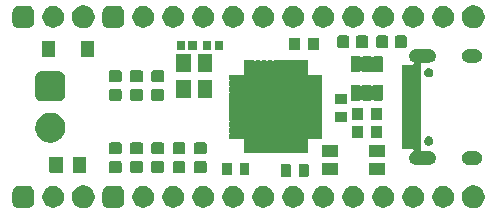
<source format=gts>
G04 #@! TF.GenerationSoftware,KiCad,Pcbnew,(5.1.5)-3*
G04 #@! TF.CreationDate,2021-01-27T12:55:09+11:00*
G04 #@! TF.ProjectId,PD_Micro,50445f4d-6963-4726-9f2e-6b696361645f,rev?*
G04 #@! TF.SameCoordinates,PX7ce2370PY67d8790*
G04 #@! TF.FileFunction,Soldermask,Top*
G04 #@! TF.FilePolarity,Negative*
%FSLAX46Y46*%
G04 Gerber Fmt 4.6, Leading zero omitted, Abs format (unit mm)*
G04 Created by KiCad (PCBNEW (5.1.5)-3) date 2021-01-27 12:55:09*
%MOMM*%
%LPD*%
G04 APERTURE LIST*
%ADD10C,0.100000*%
G04 APERTURE END LIST*
D10*
G36*
X39652937Y2202724D02*
G01*
X39829465Y2129603D01*
X39829467Y2129602D01*
X39988339Y2023448D01*
X40123448Y1888339D01*
X40149572Y1849241D01*
X40229603Y1729465D01*
X40302724Y1552937D01*
X40340000Y1365538D01*
X40340000Y1174462D01*
X40302724Y987063D01*
X40229603Y810535D01*
X40229602Y810533D01*
X40123448Y651661D01*
X39988339Y516552D01*
X39829467Y410398D01*
X39829466Y410397D01*
X39829465Y410397D01*
X39652937Y337276D01*
X39465538Y300000D01*
X39274462Y300000D01*
X39087063Y337276D01*
X38910535Y410397D01*
X38910534Y410397D01*
X38910533Y410398D01*
X38751661Y516552D01*
X38616552Y651661D01*
X38510398Y810533D01*
X38510397Y810535D01*
X38437276Y987063D01*
X38400000Y1174462D01*
X38400000Y1365538D01*
X38437276Y1552937D01*
X38510397Y1729465D01*
X38590428Y1849241D01*
X38616552Y1888339D01*
X38751661Y2023448D01*
X38910533Y2129602D01*
X38910535Y2129603D01*
X39087063Y2202724D01*
X39274462Y2240000D01*
X39465538Y2240000D01*
X39652937Y2202724D01*
G37*
G36*
X6632937Y2202724D02*
G01*
X6809465Y2129603D01*
X6809467Y2129602D01*
X6968339Y2023448D01*
X7103448Y1888339D01*
X7129572Y1849241D01*
X7209603Y1729465D01*
X7282724Y1552937D01*
X7320000Y1365538D01*
X7320000Y1174462D01*
X7282724Y987063D01*
X7209603Y810535D01*
X7209602Y810533D01*
X7103448Y651661D01*
X6968339Y516552D01*
X6809467Y410398D01*
X6809466Y410397D01*
X6809465Y410397D01*
X6632937Y337276D01*
X6445538Y300000D01*
X6254462Y300000D01*
X6067063Y337276D01*
X5890535Y410397D01*
X5890534Y410397D01*
X5890533Y410398D01*
X5731661Y516552D01*
X5596552Y651661D01*
X5490398Y810533D01*
X5490397Y810535D01*
X5417276Y987063D01*
X5380000Y1174462D01*
X5380000Y1365538D01*
X5417276Y1552937D01*
X5490397Y1729465D01*
X5570428Y1849241D01*
X5596552Y1888339D01*
X5731661Y2023448D01*
X5890533Y2129602D01*
X5890535Y2129603D01*
X6067063Y2202724D01*
X6254462Y2240000D01*
X6445538Y2240000D01*
X6632937Y2202724D01*
G37*
G36*
X11698353Y2154645D02*
G01*
X11865782Y2085294D01*
X11940612Y2035294D01*
X12016466Y1984610D01*
X12144610Y1856466D01*
X12191816Y1785817D01*
X12245294Y1705782D01*
X12314645Y1538353D01*
X12350000Y1360613D01*
X12350000Y1179387D01*
X12314645Y1001647D01*
X12245294Y834218D01*
X12245293Y834217D01*
X12144610Y683534D01*
X12016466Y555390D01*
X11958341Y516552D01*
X11865782Y454706D01*
X11698353Y385355D01*
X11520613Y350000D01*
X11339387Y350000D01*
X11161647Y385355D01*
X10994218Y454706D01*
X10901659Y516552D01*
X10843534Y555390D01*
X10715390Y683534D01*
X10614707Y834217D01*
X10614706Y834218D01*
X10545355Y1001647D01*
X10510000Y1179387D01*
X10510000Y1360613D01*
X10545355Y1538353D01*
X10614706Y1705782D01*
X10668184Y1785817D01*
X10715390Y1856466D01*
X10843534Y1984610D01*
X10919388Y2035294D01*
X10994218Y2085294D01*
X11161647Y2154645D01*
X11339387Y2190000D01*
X11520613Y2190000D01*
X11698353Y2154645D01*
G37*
G36*
X4078353Y2154645D02*
G01*
X4245782Y2085294D01*
X4320612Y2035294D01*
X4396466Y1984610D01*
X4524610Y1856466D01*
X4571816Y1785817D01*
X4625294Y1705782D01*
X4694645Y1538353D01*
X4730000Y1360613D01*
X4730000Y1179387D01*
X4694645Y1001647D01*
X4625294Y834218D01*
X4625293Y834217D01*
X4524610Y683534D01*
X4396466Y555390D01*
X4338341Y516552D01*
X4245782Y454706D01*
X4078353Y385355D01*
X3900613Y350000D01*
X3719387Y350000D01*
X3541647Y385355D01*
X3374218Y454706D01*
X3281659Y516552D01*
X3223534Y555390D01*
X3095390Y683534D01*
X2994707Y834217D01*
X2994706Y834218D01*
X2925355Y1001647D01*
X2890000Y1179387D01*
X2890000Y1360613D01*
X2925355Y1538353D01*
X2994706Y1705782D01*
X3048184Y1785817D01*
X3095390Y1856466D01*
X3223534Y1984610D01*
X3299388Y2035294D01*
X3374218Y2085294D01*
X3541647Y2154645D01*
X3719387Y2190000D01*
X3900613Y2190000D01*
X4078353Y2154645D01*
G37*
G36*
X1785817Y2179761D02*
G01*
X1879877Y2151228D01*
X1966559Y2104896D01*
X2042540Y2042540D01*
X2104896Y1966559D01*
X2151228Y1879877D01*
X2179761Y1785817D01*
X2190000Y1681860D01*
X2190000Y858140D01*
X2179761Y754183D01*
X2151228Y660123D01*
X2104896Y573441D01*
X2042540Y497460D01*
X1966559Y435104D01*
X1879877Y388772D01*
X1785817Y360239D01*
X1681860Y350000D01*
X858140Y350000D01*
X754183Y360239D01*
X660123Y388772D01*
X573441Y435104D01*
X497460Y497460D01*
X435104Y573441D01*
X388772Y660123D01*
X360239Y754183D01*
X350000Y858140D01*
X350000Y1681860D01*
X360239Y1785817D01*
X388772Y1879877D01*
X435104Y1966559D01*
X497460Y2042540D01*
X573441Y2104896D01*
X660123Y2151228D01*
X754183Y2179761D01*
X858140Y2190000D01*
X1681860Y2190000D01*
X1785817Y2179761D01*
G37*
G36*
X9405817Y2179761D02*
G01*
X9499877Y2151228D01*
X9586559Y2104896D01*
X9662540Y2042540D01*
X9724896Y1966559D01*
X9771228Y1879877D01*
X9799761Y1785817D01*
X9810000Y1681860D01*
X9810000Y858140D01*
X9799761Y754183D01*
X9771228Y660123D01*
X9724896Y573441D01*
X9662540Y497460D01*
X9586559Y435104D01*
X9499877Y388772D01*
X9405817Y360239D01*
X9301860Y350000D01*
X8478140Y350000D01*
X8374183Y360239D01*
X8280123Y388772D01*
X8193441Y435104D01*
X8117460Y497460D01*
X8055104Y573441D01*
X8008772Y660123D01*
X7980239Y754183D01*
X7970000Y858140D01*
X7970000Y1681860D01*
X7980239Y1785817D01*
X8008772Y1879877D01*
X8055104Y1966559D01*
X8117460Y2042540D01*
X8193441Y2104896D01*
X8280123Y2151228D01*
X8374183Y2179761D01*
X8478140Y2190000D01*
X9301860Y2190000D01*
X9405817Y2179761D01*
G37*
G36*
X14238353Y2154645D02*
G01*
X14405782Y2085294D01*
X14480612Y2035294D01*
X14556466Y1984610D01*
X14684610Y1856466D01*
X14731816Y1785817D01*
X14785294Y1705782D01*
X14854645Y1538353D01*
X14890000Y1360613D01*
X14890000Y1179387D01*
X14854645Y1001647D01*
X14785294Y834218D01*
X14785293Y834217D01*
X14684610Y683534D01*
X14556466Y555390D01*
X14498341Y516552D01*
X14405782Y454706D01*
X14238353Y385355D01*
X14060613Y350000D01*
X13879387Y350000D01*
X13701647Y385355D01*
X13534218Y454706D01*
X13441659Y516552D01*
X13383534Y555390D01*
X13255390Y683534D01*
X13154707Y834217D01*
X13154706Y834218D01*
X13085355Y1001647D01*
X13050000Y1179387D01*
X13050000Y1360613D01*
X13085355Y1538353D01*
X13154706Y1705782D01*
X13208184Y1785817D01*
X13255390Y1856466D01*
X13383534Y1984610D01*
X13459388Y2035294D01*
X13534218Y2085294D01*
X13701647Y2154645D01*
X13879387Y2190000D01*
X14060613Y2190000D01*
X14238353Y2154645D01*
G37*
G36*
X16778353Y2154645D02*
G01*
X16945782Y2085294D01*
X17020612Y2035294D01*
X17096466Y1984610D01*
X17224610Y1856466D01*
X17271816Y1785817D01*
X17325294Y1705782D01*
X17394645Y1538353D01*
X17430000Y1360613D01*
X17430000Y1179387D01*
X17394645Y1001647D01*
X17325294Y834218D01*
X17325293Y834217D01*
X17224610Y683534D01*
X17096466Y555390D01*
X17038341Y516552D01*
X16945782Y454706D01*
X16778353Y385355D01*
X16600613Y350000D01*
X16419387Y350000D01*
X16241647Y385355D01*
X16074218Y454706D01*
X15981659Y516552D01*
X15923534Y555390D01*
X15795390Y683534D01*
X15694707Y834217D01*
X15694706Y834218D01*
X15625355Y1001647D01*
X15590000Y1179387D01*
X15590000Y1360613D01*
X15625355Y1538353D01*
X15694706Y1705782D01*
X15748184Y1785817D01*
X15795390Y1856466D01*
X15923534Y1984610D01*
X15999388Y2035294D01*
X16074218Y2085294D01*
X16241647Y2154645D01*
X16419387Y2190000D01*
X16600613Y2190000D01*
X16778353Y2154645D01*
G37*
G36*
X19318353Y2154645D02*
G01*
X19485782Y2085294D01*
X19560612Y2035294D01*
X19636466Y1984610D01*
X19764610Y1856466D01*
X19811816Y1785817D01*
X19865294Y1705782D01*
X19934645Y1538353D01*
X19970000Y1360613D01*
X19970000Y1179387D01*
X19934645Y1001647D01*
X19865294Y834218D01*
X19865293Y834217D01*
X19764610Y683534D01*
X19636466Y555390D01*
X19578341Y516552D01*
X19485782Y454706D01*
X19318353Y385355D01*
X19140613Y350000D01*
X18959387Y350000D01*
X18781647Y385355D01*
X18614218Y454706D01*
X18521659Y516552D01*
X18463534Y555390D01*
X18335390Y683534D01*
X18234707Y834217D01*
X18234706Y834218D01*
X18165355Y1001647D01*
X18130000Y1179387D01*
X18130000Y1360613D01*
X18165355Y1538353D01*
X18234706Y1705782D01*
X18288184Y1785817D01*
X18335390Y1856466D01*
X18463534Y1984610D01*
X18539388Y2035294D01*
X18614218Y2085294D01*
X18781647Y2154645D01*
X18959387Y2190000D01*
X19140613Y2190000D01*
X19318353Y2154645D01*
G37*
G36*
X21858353Y2154645D02*
G01*
X22025782Y2085294D01*
X22100612Y2035294D01*
X22176466Y1984610D01*
X22304610Y1856466D01*
X22351816Y1785817D01*
X22405294Y1705782D01*
X22474645Y1538353D01*
X22510000Y1360613D01*
X22510000Y1179387D01*
X22474645Y1001647D01*
X22405294Y834218D01*
X22405293Y834217D01*
X22304610Y683534D01*
X22176466Y555390D01*
X22118341Y516552D01*
X22025782Y454706D01*
X21858353Y385355D01*
X21680613Y350000D01*
X21499387Y350000D01*
X21321647Y385355D01*
X21154218Y454706D01*
X21061659Y516552D01*
X21003534Y555390D01*
X20875390Y683534D01*
X20774707Y834217D01*
X20774706Y834218D01*
X20705355Y1001647D01*
X20670000Y1179387D01*
X20670000Y1360613D01*
X20705355Y1538353D01*
X20774706Y1705782D01*
X20828184Y1785817D01*
X20875390Y1856466D01*
X21003534Y1984610D01*
X21079388Y2035294D01*
X21154218Y2085294D01*
X21321647Y2154645D01*
X21499387Y2190000D01*
X21680613Y2190000D01*
X21858353Y2154645D01*
G37*
G36*
X24398353Y2154645D02*
G01*
X24565782Y2085294D01*
X24640612Y2035294D01*
X24716466Y1984610D01*
X24844610Y1856466D01*
X24891816Y1785817D01*
X24945294Y1705782D01*
X25014645Y1538353D01*
X25050000Y1360613D01*
X25050000Y1179387D01*
X25014645Y1001647D01*
X24945294Y834218D01*
X24945293Y834217D01*
X24844610Y683534D01*
X24716466Y555390D01*
X24658341Y516552D01*
X24565782Y454706D01*
X24398353Y385355D01*
X24220613Y350000D01*
X24039387Y350000D01*
X23861647Y385355D01*
X23694218Y454706D01*
X23601659Y516552D01*
X23543534Y555390D01*
X23415390Y683534D01*
X23314707Y834217D01*
X23314706Y834218D01*
X23245355Y1001647D01*
X23210000Y1179387D01*
X23210000Y1360613D01*
X23245355Y1538353D01*
X23314706Y1705782D01*
X23368184Y1785817D01*
X23415390Y1856466D01*
X23543534Y1984610D01*
X23619388Y2035294D01*
X23694218Y2085294D01*
X23861647Y2154645D01*
X24039387Y2190000D01*
X24220613Y2190000D01*
X24398353Y2154645D01*
G37*
G36*
X26938353Y2154645D02*
G01*
X27105782Y2085294D01*
X27180612Y2035294D01*
X27256466Y1984610D01*
X27384610Y1856466D01*
X27431816Y1785817D01*
X27485294Y1705782D01*
X27554645Y1538353D01*
X27590000Y1360613D01*
X27590000Y1179387D01*
X27554645Y1001647D01*
X27485294Y834218D01*
X27485293Y834217D01*
X27384610Y683534D01*
X27256466Y555390D01*
X27198341Y516552D01*
X27105782Y454706D01*
X26938353Y385355D01*
X26760613Y350000D01*
X26579387Y350000D01*
X26401647Y385355D01*
X26234218Y454706D01*
X26141659Y516552D01*
X26083534Y555390D01*
X25955390Y683534D01*
X25854707Y834217D01*
X25854706Y834218D01*
X25785355Y1001647D01*
X25750000Y1179387D01*
X25750000Y1360613D01*
X25785355Y1538353D01*
X25854706Y1705782D01*
X25908184Y1785817D01*
X25955390Y1856466D01*
X26083534Y1984610D01*
X26159388Y2035294D01*
X26234218Y2085294D01*
X26401647Y2154645D01*
X26579387Y2190000D01*
X26760613Y2190000D01*
X26938353Y2154645D01*
G37*
G36*
X29478353Y2154645D02*
G01*
X29645782Y2085294D01*
X29720612Y2035294D01*
X29796466Y1984610D01*
X29924610Y1856466D01*
X29971816Y1785817D01*
X30025294Y1705782D01*
X30094645Y1538353D01*
X30130000Y1360613D01*
X30130000Y1179387D01*
X30094645Y1001647D01*
X30025294Y834218D01*
X30025293Y834217D01*
X29924610Y683534D01*
X29796466Y555390D01*
X29738341Y516552D01*
X29645782Y454706D01*
X29478353Y385355D01*
X29300613Y350000D01*
X29119387Y350000D01*
X28941647Y385355D01*
X28774218Y454706D01*
X28681659Y516552D01*
X28623534Y555390D01*
X28495390Y683534D01*
X28394707Y834217D01*
X28394706Y834218D01*
X28325355Y1001647D01*
X28290000Y1179387D01*
X28290000Y1360613D01*
X28325355Y1538353D01*
X28394706Y1705782D01*
X28448184Y1785817D01*
X28495390Y1856466D01*
X28623534Y1984610D01*
X28699388Y2035294D01*
X28774218Y2085294D01*
X28941647Y2154645D01*
X29119387Y2190000D01*
X29300613Y2190000D01*
X29478353Y2154645D01*
G37*
G36*
X32018353Y2154645D02*
G01*
X32185782Y2085294D01*
X32260612Y2035294D01*
X32336466Y1984610D01*
X32464610Y1856466D01*
X32511816Y1785817D01*
X32565294Y1705782D01*
X32634645Y1538353D01*
X32670000Y1360613D01*
X32670000Y1179387D01*
X32634645Y1001647D01*
X32565294Y834218D01*
X32565293Y834217D01*
X32464610Y683534D01*
X32336466Y555390D01*
X32278341Y516552D01*
X32185782Y454706D01*
X32018353Y385355D01*
X31840613Y350000D01*
X31659387Y350000D01*
X31481647Y385355D01*
X31314218Y454706D01*
X31221659Y516552D01*
X31163534Y555390D01*
X31035390Y683534D01*
X30934707Y834217D01*
X30934706Y834218D01*
X30865355Y1001647D01*
X30830000Y1179387D01*
X30830000Y1360613D01*
X30865355Y1538353D01*
X30934706Y1705782D01*
X30988184Y1785817D01*
X31035390Y1856466D01*
X31163534Y1984610D01*
X31239388Y2035294D01*
X31314218Y2085294D01*
X31481647Y2154645D01*
X31659387Y2190000D01*
X31840613Y2190000D01*
X32018353Y2154645D01*
G37*
G36*
X34558353Y2154645D02*
G01*
X34725782Y2085294D01*
X34800612Y2035294D01*
X34876466Y1984610D01*
X35004610Y1856466D01*
X35051816Y1785817D01*
X35105294Y1705782D01*
X35174645Y1538353D01*
X35210000Y1360613D01*
X35210000Y1179387D01*
X35174645Y1001647D01*
X35105294Y834218D01*
X35105293Y834217D01*
X35004610Y683534D01*
X34876466Y555390D01*
X34818341Y516552D01*
X34725782Y454706D01*
X34558353Y385355D01*
X34380613Y350000D01*
X34199387Y350000D01*
X34021647Y385355D01*
X33854218Y454706D01*
X33761659Y516552D01*
X33703534Y555390D01*
X33575390Y683534D01*
X33474707Y834217D01*
X33474706Y834218D01*
X33405355Y1001647D01*
X33370000Y1179387D01*
X33370000Y1360613D01*
X33405355Y1538353D01*
X33474706Y1705782D01*
X33528184Y1785817D01*
X33575390Y1856466D01*
X33703534Y1984610D01*
X33779388Y2035294D01*
X33854218Y2085294D01*
X34021647Y2154645D01*
X34199387Y2190000D01*
X34380613Y2190000D01*
X34558353Y2154645D01*
G37*
G36*
X37098353Y2154645D02*
G01*
X37265782Y2085294D01*
X37340612Y2035294D01*
X37416466Y1984610D01*
X37544610Y1856466D01*
X37591816Y1785817D01*
X37645294Y1705782D01*
X37714645Y1538353D01*
X37750000Y1360613D01*
X37750000Y1179387D01*
X37714645Y1001647D01*
X37645294Y834218D01*
X37645293Y834217D01*
X37544610Y683534D01*
X37416466Y555390D01*
X37358341Y516552D01*
X37265782Y454706D01*
X37098353Y385355D01*
X36920613Y350000D01*
X36739387Y350000D01*
X36561647Y385355D01*
X36394218Y454706D01*
X36301659Y516552D01*
X36243534Y555390D01*
X36115390Y683534D01*
X36014707Y834217D01*
X36014706Y834218D01*
X35945355Y1001647D01*
X35910000Y1179387D01*
X35910000Y1360613D01*
X35945355Y1538353D01*
X36014706Y1705782D01*
X36068184Y1785817D01*
X36115390Y1856466D01*
X36243534Y1984610D01*
X36319388Y2035294D01*
X36394218Y2085294D01*
X36561647Y2154645D01*
X36739387Y2190000D01*
X36920613Y2190000D01*
X37098353Y2154645D01*
G37*
G36*
X23888891Y4008667D02*
G01*
X23896004Y4006509D01*
X23902552Y4003009D01*
X23908296Y3998296D01*
X23913009Y3992552D01*
X23916509Y3986004D01*
X23918667Y3978891D01*
X23920000Y3965357D01*
X23920000Y3014643D01*
X23918667Y3001109D01*
X23916509Y2993996D01*
X23913009Y2987448D01*
X23908296Y2981704D01*
X23902552Y2976991D01*
X23896004Y2973491D01*
X23888891Y2971333D01*
X23875357Y2970000D01*
X23124643Y2970000D01*
X23111109Y2971333D01*
X23103996Y2973491D01*
X23097448Y2976991D01*
X23091704Y2981704D01*
X23086991Y2987448D01*
X23083491Y2993996D01*
X23081333Y3001109D01*
X23080000Y3014643D01*
X23080000Y3965357D01*
X23081333Y3978891D01*
X23083491Y3986004D01*
X23086991Y3992552D01*
X23091704Y3998296D01*
X23097448Y4003009D01*
X23103996Y4006509D01*
X23111109Y4008667D01*
X23124643Y4010000D01*
X23875357Y4010000D01*
X23888891Y4008667D01*
G37*
G36*
X25388891Y4008667D02*
G01*
X25396004Y4006509D01*
X25402552Y4003009D01*
X25408296Y3998296D01*
X25413009Y3992552D01*
X25416509Y3986004D01*
X25418667Y3978891D01*
X25420000Y3965357D01*
X25420000Y3014643D01*
X25418667Y3001109D01*
X25416509Y2993996D01*
X25413009Y2987448D01*
X25408296Y2981704D01*
X25402552Y2976991D01*
X25396004Y2973491D01*
X25388891Y2971333D01*
X25375357Y2970000D01*
X24624643Y2970000D01*
X24611109Y2971333D01*
X24603996Y2973491D01*
X24597448Y2976991D01*
X24591704Y2981704D01*
X24586991Y2987448D01*
X24583491Y2993996D01*
X24581333Y3001109D01*
X24580000Y3014643D01*
X24580000Y3965357D01*
X24581333Y3978891D01*
X24583491Y3986004D01*
X24586991Y3992552D01*
X24591704Y3998296D01*
X24597448Y4003009D01*
X24603996Y4006509D01*
X24611109Y4008667D01*
X24624643Y4010000D01*
X25375357Y4010000D01*
X25388891Y4008667D01*
G37*
G36*
X27920000Y3120000D02*
G01*
X26580000Y3120000D01*
X26580000Y4160000D01*
X27920000Y4160000D01*
X27920000Y3120000D01*
G37*
G36*
X31920000Y3120000D02*
G01*
X30580000Y3120000D01*
X30580000Y4160000D01*
X31920000Y4160000D01*
X31920000Y3120000D01*
G37*
G36*
X18888891Y4158667D02*
G01*
X18896004Y4156509D01*
X18902552Y4153009D01*
X18908296Y4148296D01*
X18913009Y4142552D01*
X18916509Y4136004D01*
X18918667Y4128891D01*
X18920000Y4115357D01*
X18920000Y3164643D01*
X18918667Y3151109D01*
X18916509Y3143996D01*
X18913009Y3137448D01*
X18908296Y3131704D01*
X18902552Y3126991D01*
X18896004Y3123491D01*
X18888891Y3121333D01*
X18875357Y3120000D01*
X18124643Y3120000D01*
X18111109Y3121333D01*
X18103996Y3123491D01*
X18097448Y3126991D01*
X18091704Y3131704D01*
X18086991Y3137448D01*
X18083491Y3143996D01*
X18081333Y3151109D01*
X18080000Y3164643D01*
X18080000Y4115357D01*
X18081333Y4128891D01*
X18083491Y4136004D01*
X18086991Y4142552D01*
X18091704Y4148296D01*
X18097448Y4153009D01*
X18103996Y4156509D01*
X18111109Y4158667D01*
X18124643Y4160000D01*
X18875357Y4160000D01*
X18888891Y4158667D01*
G37*
G36*
X20388891Y4158667D02*
G01*
X20396004Y4156509D01*
X20402552Y4153009D01*
X20408296Y4148296D01*
X20413009Y4142552D01*
X20416509Y4136004D01*
X20418667Y4128891D01*
X20420000Y4115357D01*
X20420000Y3164643D01*
X20418667Y3151109D01*
X20416509Y3143996D01*
X20413009Y3137448D01*
X20408296Y3131704D01*
X20402552Y3126991D01*
X20396004Y3123491D01*
X20388891Y3121333D01*
X20375357Y3120000D01*
X19624643Y3120000D01*
X19611109Y3121333D01*
X19603996Y3123491D01*
X19597448Y3126991D01*
X19591704Y3131704D01*
X19586991Y3137448D01*
X19583491Y3143996D01*
X19581333Y3151109D01*
X19580000Y3164643D01*
X19580000Y4115357D01*
X19581333Y4128891D01*
X19583491Y4136004D01*
X19586991Y4142552D01*
X19591704Y4148296D01*
X19597448Y4153009D01*
X19603996Y4156509D01*
X19611109Y4158667D01*
X19624643Y4160000D01*
X20375357Y4160000D01*
X20388891Y4158667D01*
G37*
G36*
X9440941Y4305732D02*
G01*
X9476710Y4294882D01*
X9509666Y4277266D01*
X9538557Y4253557D01*
X9562266Y4224666D01*
X9579882Y4191710D01*
X9590732Y4155941D01*
X9595000Y4112609D01*
X9595000Y3492391D01*
X9590732Y3449059D01*
X9579882Y3413290D01*
X9562266Y3380334D01*
X9538557Y3351443D01*
X9509666Y3327734D01*
X9476710Y3310118D01*
X9440941Y3299268D01*
X9397609Y3295000D01*
X8702391Y3295000D01*
X8659059Y3299268D01*
X8623290Y3310118D01*
X8590334Y3327734D01*
X8561443Y3351443D01*
X8537734Y3380334D01*
X8520118Y3413290D01*
X8509268Y3449059D01*
X8505000Y3492391D01*
X8505000Y4112609D01*
X8509268Y4155941D01*
X8520118Y4191710D01*
X8537734Y4224666D01*
X8561443Y4253557D01*
X8590334Y4277266D01*
X8623290Y4294882D01*
X8659059Y4305732D01*
X8702391Y4310000D01*
X9397609Y4310000D01*
X9440941Y4305732D01*
G37*
G36*
X4552673Y4682803D02*
G01*
X4568221Y4678086D01*
X4582552Y4670426D01*
X4595115Y4660115D01*
X4605426Y4647552D01*
X4613086Y4633221D01*
X4617803Y4617673D01*
X4620000Y4595362D01*
X4620000Y3384638D01*
X4617803Y3362327D01*
X4613086Y3346779D01*
X4605426Y3332448D01*
X4595115Y3319885D01*
X4582552Y3309574D01*
X4568221Y3301914D01*
X4552673Y3297197D01*
X4530362Y3295000D01*
X3569638Y3295000D01*
X3547327Y3297197D01*
X3531779Y3301914D01*
X3517448Y3309574D01*
X3504885Y3319885D01*
X3494574Y3332448D01*
X3486914Y3346779D01*
X3482197Y3362327D01*
X3480000Y3384638D01*
X3480000Y4595362D01*
X3482197Y4617673D01*
X3486914Y4633221D01*
X3494574Y4647552D01*
X3504885Y4660115D01*
X3517448Y4670426D01*
X3531779Y4678086D01*
X3547327Y4682803D01*
X3569638Y4685000D01*
X4530362Y4685000D01*
X4552673Y4682803D01*
G37*
G36*
X6552673Y4682803D02*
G01*
X6568221Y4678086D01*
X6582552Y4670426D01*
X6595115Y4660115D01*
X6605426Y4647552D01*
X6613086Y4633221D01*
X6617803Y4617673D01*
X6620000Y4595362D01*
X6620000Y3384638D01*
X6617803Y3362327D01*
X6613086Y3346779D01*
X6605426Y3332448D01*
X6595115Y3319885D01*
X6582552Y3309574D01*
X6568221Y3301914D01*
X6552673Y3297197D01*
X6530362Y3295000D01*
X5569638Y3295000D01*
X5547327Y3297197D01*
X5531779Y3301914D01*
X5517448Y3309574D01*
X5504885Y3319885D01*
X5494574Y3332448D01*
X5486914Y3346779D01*
X5482197Y3362327D01*
X5480000Y3384638D01*
X5480000Y4595362D01*
X5482197Y4617673D01*
X5486914Y4633221D01*
X5494574Y4647552D01*
X5504885Y4660115D01*
X5517448Y4670426D01*
X5531779Y4678086D01*
X5547327Y4682803D01*
X5569638Y4685000D01*
X6530362Y4685000D01*
X6552673Y4682803D01*
G37*
G36*
X13040941Y4305732D02*
G01*
X13076710Y4294882D01*
X13109666Y4277266D01*
X13138557Y4253557D01*
X13162266Y4224666D01*
X13179882Y4191710D01*
X13190732Y4155941D01*
X13195000Y4112609D01*
X13195000Y3492391D01*
X13190732Y3449059D01*
X13179882Y3413290D01*
X13162266Y3380334D01*
X13138557Y3351443D01*
X13109666Y3327734D01*
X13076710Y3310118D01*
X13040941Y3299268D01*
X12997609Y3295000D01*
X12302391Y3295000D01*
X12259059Y3299268D01*
X12223290Y3310118D01*
X12190334Y3327734D01*
X12161443Y3351443D01*
X12137734Y3380334D01*
X12120118Y3413290D01*
X12109268Y3449059D01*
X12105000Y3492391D01*
X12105000Y4112609D01*
X12109268Y4155941D01*
X12120118Y4191710D01*
X12137734Y4224666D01*
X12161443Y4253557D01*
X12190334Y4277266D01*
X12223290Y4294882D01*
X12259059Y4305732D01*
X12302391Y4310000D01*
X12997609Y4310000D01*
X13040941Y4305732D01*
G37*
G36*
X16640941Y4305732D02*
G01*
X16676710Y4294882D01*
X16709666Y4277266D01*
X16738557Y4253557D01*
X16762266Y4224666D01*
X16779882Y4191710D01*
X16790732Y4155941D01*
X16795000Y4112609D01*
X16795000Y3492391D01*
X16790732Y3449059D01*
X16779882Y3413290D01*
X16762266Y3380334D01*
X16738557Y3351443D01*
X16709666Y3327734D01*
X16676710Y3310118D01*
X16640941Y3299268D01*
X16597609Y3295000D01*
X15902391Y3295000D01*
X15859059Y3299268D01*
X15823290Y3310118D01*
X15790334Y3327734D01*
X15761443Y3351443D01*
X15737734Y3380334D01*
X15720118Y3413290D01*
X15709268Y3449059D01*
X15705000Y3492391D01*
X15705000Y4112609D01*
X15709268Y4155941D01*
X15720118Y4191710D01*
X15737734Y4224666D01*
X15761443Y4253557D01*
X15790334Y4277266D01*
X15823290Y4294882D01*
X15859059Y4305732D01*
X15902391Y4310000D01*
X16597609Y4310000D01*
X16640941Y4305732D01*
G37*
G36*
X11240941Y4305732D02*
G01*
X11276710Y4294882D01*
X11309666Y4277266D01*
X11338557Y4253557D01*
X11362266Y4224666D01*
X11379882Y4191710D01*
X11390732Y4155941D01*
X11395000Y4112609D01*
X11395000Y3492391D01*
X11390732Y3449059D01*
X11379882Y3413290D01*
X11362266Y3380334D01*
X11338557Y3351443D01*
X11309666Y3327734D01*
X11276710Y3310118D01*
X11240941Y3299268D01*
X11197609Y3295000D01*
X10502391Y3295000D01*
X10459059Y3299268D01*
X10423290Y3310118D01*
X10390334Y3327734D01*
X10361443Y3351443D01*
X10337734Y3380334D01*
X10320118Y3413290D01*
X10309268Y3449059D01*
X10305000Y3492391D01*
X10305000Y4112609D01*
X10309268Y4155941D01*
X10320118Y4191710D01*
X10337734Y4224666D01*
X10361443Y4253557D01*
X10390334Y4277266D01*
X10423290Y4294882D01*
X10459059Y4305732D01*
X10502391Y4310000D01*
X11197609Y4310000D01*
X11240941Y4305732D01*
G37*
G36*
X14840941Y4305732D02*
G01*
X14876710Y4294882D01*
X14909666Y4277266D01*
X14938557Y4253557D01*
X14962266Y4224666D01*
X14979882Y4191710D01*
X14990732Y4155941D01*
X14995000Y4112609D01*
X14995000Y3492391D01*
X14990732Y3449059D01*
X14979882Y3413290D01*
X14962266Y3380334D01*
X14938557Y3351443D01*
X14909666Y3327734D01*
X14876710Y3310118D01*
X14840941Y3299268D01*
X14797609Y3295000D01*
X14102391Y3295000D01*
X14059059Y3299268D01*
X14023290Y3310118D01*
X13990334Y3327734D01*
X13961443Y3351443D01*
X13937734Y3380334D01*
X13920118Y3413290D01*
X13909268Y3449059D01*
X13905000Y3492391D01*
X13905000Y4112609D01*
X13909268Y4155941D01*
X13920118Y4191710D01*
X13937734Y4224666D01*
X13961443Y4253557D01*
X13990334Y4277266D01*
X14023290Y4294882D01*
X14059059Y4305732D01*
X14102391Y4310000D01*
X14797609Y4310000D01*
X14840941Y4305732D01*
G37*
G36*
X35675908Y13777251D02*
G01*
X35731739Y13771752D01*
X35839185Y13739158D01*
X35938207Y13686230D01*
X36025000Y13615000D01*
X36096230Y13528207D01*
X36149158Y13429185D01*
X36181752Y13321739D01*
X36192757Y13210000D01*
X36181752Y13098261D01*
X36149158Y12990815D01*
X36096230Y12891793D01*
X36025000Y12805000D01*
X35938207Y12733770D01*
X35839185Y12680842D01*
X35731739Y12648248D01*
X35675908Y12642749D01*
X35647994Y12640000D01*
X35074999Y12640000D01*
X35050613Y12637598D01*
X35027164Y12630485D01*
X35005553Y12618934D01*
X34986611Y12603389D01*
X34971066Y12584447D01*
X34959515Y12562836D01*
X34952402Y12539387D01*
X34950000Y12515001D01*
X34950000Y5264999D01*
X34952402Y5240613D01*
X34959515Y5217164D01*
X34971066Y5195553D01*
X34986611Y5176611D01*
X35005553Y5161066D01*
X35027164Y5149515D01*
X35050613Y5142402D01*
X35074999Y5140000D01*
X35647994Y5140000D01*
X35675908Y5137251D01*
X35731739Y5131752D01*
X35839185Y5099158D01*
X35938207Y5046230D01*
X36025000Y4975000D01*
X36096230Y4888207D01*
X36149158Y4789185D01*
X36181752Y4681739D01*
X36192757Y4570000D01*
X36181752Y4458261D01*
X36149158Y4350815D01*
X36096230Y4251793D01*
X36025000Y4165000D01*
X35938207Y4093770D01*
X35839185Y4040842D01*
X35731739Y4008248D01*
X35678545Y4003009D01*
X35647994Y4000000D01*
X34492006Y4000000D01*
X34461455Y4003009D01*
X34408261Y4008248D01*
X34300815Y4040842D01*
X34201793Y4093770D01*
X34115000Y4165000D01*
X34043770Y4251793D01*
X33990842Y4350815D01*
X33958248Y4458261D01*
X33947243Y4570000D01*
X33958248Y4681739D01*
X33990842Y4789185D01*
X34043770Y4888207D01*
X34115000Y4975000D01*
X34201793Y5046230D01*
X34250494Y5072261D01*
X34270869Y5085875D01*
X34288196Y5103202D01*
X34301810Y5123576D01*
X34311187Y5146215D01*
X34315968Y5170248D01*
X34315968Y5194752D01*
X34311188Y5218786D01*
X34301811Y5241424D01*
X34288197Y5261799D01*
X34270870Y5279126D01*
X34250496Y5292740D01*
X34227857Y5302117D01*
X34203824Y5306898D01*
X34191571Y5307500D01*
X33360000Y5307500D01*
X33360000Y12472500D01*
X34191571Y12472500D01*
X34215957Y12474902D01*
X34239406Y12482015D01*
X34261017Y12493566D01*
X34279959Y12509111D01*
X34295504Y12528053D01*
X34307055Y12549664D01*
X34314168Y12573113D01*
X34316570Y12597499D01*
X34314168Y12621885D01*
X34307055Y12645334D01*
X34295504Y12666945D01*
X34279959Y12685887D01*
X34261017Y12701432D01*
X34250494Y12707739D01*
X34201795Y12733769D01*
X34201793Y12733770D01*
X34115000Y12805000D01*
X34043770Y12891793D01*
X33990842Y12990815D01*
X33958248Y13098261D01*
X33947243Y13210000D01*
X33958248Y13321739D01*
X33990842Y13429185D01*
X34043770Y13528207D01*
X34115000Y13615000D01*
X34201793Y13686230D01*
X34300815Y13739158D01*
X34408261Y13771752D01*
X34464092Y13777251D01*
X34492006Y13780000D01*
X35647994Y13780000D01*
X35675908Y13777251D01*
G37*
G36*
X39605908Y5137251D02*
G01*
X39661739Y5131752D01*
X39769185Y5099158D01*
X39868207Y5046230D01*
X39955000Y4975000D01*
X40026230Y4888207D01*
X40079158Y4789185D01*
X40111752Y4681739D01*
X40122757Y4570000D01*
X40111752Y4458261D01*
X40079158Y4350815D01*
X40026230Y4251793D01*
X39955000Y4165000D01*
X39868207Y4093770D01*
X39769185Y4040842D01*
X39661739Y4008248D01*
X39608545Y4003009D01*
X39577994Y4000000D01*
X38922006Y4000000D01*
X38891455Y4003009D01*
X38838261Y4008248D01*
X38730815Y4040842D01*
X38631793Y4093770D01*
X38545000Y4165000D01*
X38473770Y4251793D01*
X38420842Y4350815D01*
X38388248Y4458261D01*
X38377243Y4570000D01*
X38388248Y4681739D01*
X38420842Y4789185D01*
X38473770Y4888207D01*
X38545000Y4975000D01*
X38631793Y5046230D01*
X38730815Y5099158D01*
X38838261Y5131752D01*
X38894092Y5137251D01*
X38922006Y5140000D01*
X39577994Y5140000D01*
X39605908Y5137251D01*
G37*
G36*
X27920000Y4620000D02*
G01*
X26580000Y4620000D01*
X26580000Y5660000D01*
X27920000Y5660000D01*
X27920000Y4620000D01*
G37*
G36*
X31920000Y4620000D02*
G01*
X30580000Y4620000D01*
X30580000Y5660000D01*
X31920000Y5660000D01*
X31920000Y4620000D01*
G37*
G36*
X11240941Y5880732D02*
G01*
X11276710Y5869882D01*
X11309666Y5852266D01*
X11338557Y5828557D01*
X11362266Y5799666D01*
X11379882Y5766710D01*
X11390732Y5730941D01*
X11395000Y5687609D01*
X11395000Y5067391D01*
X11390732Y5024059D01*
X11379882Y4988290D01*
X11362266Y4955334D01*
X11338557Y4926443D01*
X11309666Y4902734D01*
X11276710Y4885118D01*
X11240941Y4874268D01*
X11197609Y4870000D01*
X10502391Y4870000D01*
X10459059Y4874268D01*
X10423290Y4885118D01*
X10390334Y4902734D01*
X10361443Y4926443D01*
X10337734Y4955334D01*
X10320118Y4988290D01*
X10309268Y5024059D01*
X10305000Y5067391D01*
X10305000Y5687609D01*
X10309268Y5730941D01*
X10320118Y5766710D01*
X10337734Y5799666D01*
X10361443Y5828557D01*
X10390334Y5852266D01*
X10423290Y5869882D01*
X10459059Y5880732D01*
X10502391Y5885000D01*
X11197609Y5885000D01*
X11240941Y5880732D01*
G37*
G36*
X9440941Y5880732D02*
G01*
X9476710Y5869882D01*
X9509666Y5852266D01*
X9538557Y5828557D01*
X9562266Y5799666D01*
X9579882Y5766710D01*
X9590732Y5730941D01*
X9595000Y5687609D01*
X9595000Y5067391D01*
X9590732Y5024059D01*
X9579882Y4988290D01*
X9562266Y4955334D01*
X9538557Y4926443D01*
X9509666Y4902734D01*
X9476710Y4885118D01*
X9440941Y4874268D01*
X9397609Y4870000D01*
X8702391Y4870000D01*
X8659059Y4874268D01*
X8623290Y4885118D01*
X8590334Y4902734D01*
X8561443Y4926443D01*
X8537734Y4955334D01*
X8520118Y4988290D01*
X8509268Y5024059D01*
X8505000Y5067391D01*
X8505000Y5687609D01*
X8509268Y5730941D01*
X8520118Y5766710D01*
X8537734Y5799666D01*
X8561443Y5828557D01*
X8590334Y5852266D01*
X8623290Y5869882D01*
X8659059Y5880732D01*
X8702391Y5885000D01*
X9397609Y5885000D01*
X9440941Y5880732D01*
G37*
G36*
X14840941Y5880732D02*
G01*
X14876710Y5869882D01*
X14909666Y5852266D01*
X14938557Y5828557D01*
X14962266Y5799666D01*
X14979882Y5766710D01*
X14990732Y5730941D01*
X14995000Y5687609D01*
X14995000Y5067391D01*
X14990732Y5024059D01*
X14979882Y4988290D01*
X14962266Y4955334D01*
X14938557Y4926443D01*
X14909666Y4902734D01*
X14876710Y4885118D01*
X14840941Y4874268D01*
X14797609Y4870000D01*
X14102391Y4870000D01*
X14059059Y4874268D01*
X14023290Y4885118D01*
X13990334Y4902734D01*
X13961443Y4926443D01*
X13937734Y4955334D01*
X13920118Y4988290D01*
X13909268Y5024059D01*
X13905000Y5067391D01*
X13905000Y5687609D01*
X13909268Y5730941D01*
X13920118Y5766710D01*
X13937734Y5799666D01*
X13961443Y5828557D01*
X13990334Y5852266D01*
X14023290Y5869882D01*
X14059059Y5880732D01*
X14102391Y5885000D01*
X14797609Y5885000D01*
X14840941Y5880732D01*
G37*
G36*
X13040941Y5880732D02*
G01*
X13076710Y5869882D01*
X13109666Y5852266D01*
X13138557Y5828557D01*
X13162266Y5799666D01*
X13179882Y5766710D01*
X13190732Y5730941D01*
X13195000Y5687609D01*
X13195000Y5067391D01*
X13190732Y5024059D01*
X13179882Y4988290D01*
X13162266Y4955334D01*
X13138557Y4926443D01*
X13109666Y4902734D01*
X13076710Y4885118D01*
X13040941Y4874268D01*
X12997609Y4870000D01*
X12302391Y4870000D01*
X12259059Y4874268D01*
X12223290Y4885118D01*
X12190334Y4902734D01*
X12161443Y4926443D01*
X12137734Y4955334D01*
X12120118Y4988290D01*
X12109268Y5024059D01*
X12105000Y5067391D01*
X12105000Y5687609D01*
X12109268Y5730941D01*
X12120118Y5766710D01*
X12137734Y5799666D01*
X12161443Y5828557D01*
X12190334Y5852266D01*
X12223290Y5869882D01*
X12259059Y5880732D01*
X12302391Y5885000D01*
X12997609Y5885000D01*
X13040941Y5880732D01*
G37*
G36*
X16640941Y5880732D02*
G01*
X16676710Y5869882D01*
X16709666Y5852266D01*
X16738557Y5828557D01*
X16762266Y5799666D01*
X16779882Y5766710D01*
X16790732Y5730941D01*
X16795000Y5687609D01*
X16795000Y5067391D01*
X16790732Y5024059D01*
X16779882Y4988290D01*
X16762266Y4955334D01*
X16738557Y4926443D01*
X16709666Y4902734D01*
X16676710Y4885118D01*
X16640941Y4874268D01*
X16597609Y4870000D01*
X15902391Y4870000D01*
X15859059Y4874268D01*
X15823290Y4885118D01*
X15790334Y4902734D01*
X15761443Y4926443D01*
X15737734Y4955334D01*
X15720118Y4988290D01*
X15709268Y5024059D01*
X15705000Y5067391D01*
X15705000Y5687609D01*
X15709268Y5730941D01*
X15720118Y5766710D01*
X15737734Y5799666D01*
X15761443Y5828557D01*
X15790334Y5852266D01*
X15823290Y5869882D01*
X15859059Y5880732D01*
X15902391Y5885000D01*
X16597609Y5885000D01*
X16640941Y5880732D01*
G37*
G36*
X20316708Y12833735D02*
G01*
X20323162Y12831777D01*
X20338714Y12823464D01*
X20341084Y12821881D01*
X20363723Y12812505D01*
X20387757Y12807726D01*
X20412261Y12807728D01*
X20436294Y12812510D01*
X20458932Y12821889D01*
X20461304Y12823474D01*
X20476838Y12831777D01*
X20483292Y12833735D01*
X20496138Y12835000D01*
X20803862Y12835000D01*
X20816708Y12833735D01*
X20823162Y12831777D01*
X20838714Y12823464D01*
X20841084Y12821881D01*
X20863723Y12812505D01*
X20887757Y12807726D01*
X20912261Y12807728D01*
X20936294Y12812510D01*
X20958932Y12821889D01*
X20961304Y12823474D01*
X20976838Y12831777D01*
X20983292Y12833735D01*
X20996138Y12835000D01*
X21303862Y12835000D01*
X21316708Y12833735D01*
X21323162Y12831777D01*
X21338714Y12823464D01*
X21341084Y12821881D01*
X21363723Y12812505D01*
X21387757Y12807726D01*
X21412261Y12807728D01*
X21436294Y12812510D01*
X21458932Y12821889D01*
X21461304Y12823474D01*
X21476838Y12831777D01*
X21483292Y12833735D01*
X21496138Y12835000D01*
X21803862Y12835000D01*
X21816708Y12833735D01*
X21823162Y12831777D01*
X21838714Y12823464D01*
X21841084Y12821881D01*
X21863723Y12812505D01*
X21887757Y12807726D01*
X21912261Y12807728D01*
X21936294Y12812510D01*
X21958932Y12821889D01*
X21961304Y12823474D01*
X21976838Y12831777D01*
X21983292Y12833735D01*
X21996138Y12835000D01*
X22303862Y12835000D01*
X22316708Y12833735D01*
X22323162Y12831777D01*
X22338714Y12823464D01*
X22341084Y12821881D01*
X22363723Y12812505D01*
X22387757Y12807726D01*
X22412261Y12807728D01*
X22436294Y12812510D01*
X22458932Y12821889D01*
X22461304Y12823474D01*
X22476838Y12831777D01*
X22483292Y12833735D01*
X22496138Y12835000D01*
X22803862Y12835000D01*
X22816708Y12833735D01*
X22823162Y12831777D01*
X22838714Y12823464D01*
X22841084Y12821881D01*
X22863723Y12812505D01*
X22887757Y12807726D01*
X22912261Y12807728D01*
X22936294Y12812510D01*
X22958932Y12821889D01*
X22961304Y12823474D01*
X22976838Y12831777D01*
X22983292Y12833735D01*
X22996138Y12835000D01*
X23303862Y12835000D01*
X23316708Y12833735D01*
X23323162Y12831777D01*
X23338714Y12823464D01*
X23341084Y12821881D01*
X23363723Y12812505D01*
X23387757Y12807726D01*
X23412261Y12807728D01*
X23436294Y12812510D01*
X23458932Y12821889D01*
X23461304Y12823474D01*
X23476838Y12831777D01*
X23483292Y12833735D01*
X23496138Y12835000D01*
X23803862Y12835000D01*
X23816708Y12833735D01*
X23823162Y12831777D01*
X23838714Y12823464D01*
X23841084Y12821881D01*
X23863723Y12812505D01*
X23887757Y12807726D01*
X23912261Y12807728D01*
X23936294Y12812510D01*
X23958932Y12821889D01*
X23961304Y12823474D01*
X23976838Y12831777D01*
X23983292Y12833735D01*
X23996138Y12835000D01*
X24303862Y12835000D01*
X24316708Y12833735D01*
X24323162Y12831777D01*
X24338714Y12823464D01*
X24341084Y12821881D01*
X24363723Y12812505D01*
X24387757Y12807726D01*
X24412261Y12807728D01*
X24436294Y12812510D01*
X24458932Y12821889D01*
X24461304Y12823474D01*
X24476838Y12831777D01*
X24483292Y12833735D01*
X24496138Y12835000D01*
X24803862Y12835000D01*
X24816708Y12833735D01*
X24823162Y12831777D01*
X24838714Y12823464D01*
X24841084Y12821881D01*
X24863723Y12812505D01*
X24887757Y12807726D01*
X24912261Y12807728D01*
X24936294Y12812510D01*
X24958932Y12821889D01*
X24961304Y12823474D01*
X24976838Y12831777D01*
X24983292Y12833735D01*
X24996138Y12835000D01*
X25303862Y12835000D01*
X25316708Y12833735D01*
X25323162Y12831777D01*
X25329110Y12828598D01*
X25334321Y12824321D01*
X25338598Y12819110D01*
X25341777Y12813162D01*
X25343735Y12806708D01*
X25345000Y12793862D01*
X25345000Y11709999D01*
X25347402Y11685613D01*
X25354515Y11662164D01*
X25366066Y11640553D01*
X25381611Y11621611D01*
X25400553Y11606066D01*
X25422164Y11594515D01*
X25445613Y11587402D01*
X25469999Y11585000D01*
X26553862Y11585000D01*
X26566708Y11583735D01*
X26573162Y11581777D01*
X26579110Y11578598D01*
X26584321Y11574321D01*
X26588598Y11569110D01*
X26591777Y11563162D01*
X26593735Y11556708D01*
X26595000Y11543862D01*
X26595000Y11236138D01*
X26593735Y11223292D01*
X26591777Y11216838D01*
X26583464Y11201286D01*
X26581881Y11198916D01*
X26572505Y11176277D01*
X26567726Y11152243D01*
X26567728Y11127739D01*
X26572510Y11103706D01*
X26581889Y11081068D01*
X26583474Y11078696D01*
X26591777Y11063162D01*
X26593735Y11056708D01*
X26595000Y11043862D01*
X26595000Y10736138D01*
X26593735Y10723292D01*
X26591777Y10716838D01*
X26583464Y10701286D01*
X26581881Y10698916D01*
X26572505Y10676277D01*
X26567726Y10652243D01*
X26567728Y10627739D01*
X26572510Y10603706D01*
X26581889Y10581068D01*
X26583474Y10578696D01*
X26591777Y10563162D01*
X26593735Y10556708D01*
X26595000Y10543862D01*
X26595000Y10236138D01*
X26593735Y10223292D01*
X26591777Y10216838D01*
X26583464Y10201286D01*
X26581881Y10198916D01*
X26572505Y10176277D01*
X26567726Y10152243D01*
X26567728Y10127739D01*
X26572510Y10103706D01*
X26581889Y10081068D01*
X26583474Y10078696D01*
X26591777Y10063162D01*
X26593735Y10056708D01*
X26595000Y10043862D01*
X26595000Y9736138D01*
X26593735Y9723292D01*
X26591777Y9716838D01*
X26583464Y9701286D01*
X26581881Y9698916D01*
X26572505Y9676277D01*
X26567726Y9652243D01*
X26567728Y9627739D01*
X26572510Y9603706D01*
X26581889Y9581068D01*
X26583474Y9578696D01*
X26591777Y9563162D01*
X26593735Y9556708D01*
X26595000Y9543862D01*
X26595000Y9236138D01*
X26593735Y9223292D01*
X26591777Y9216838D01*
X26583464Y9201286D01*
X26581881Y9198916D01*
X26572505Y9176277D01*
X26567726Y9152243D01*
X26567728Y9127739D01*
X26572510Y9103706D01*
X26581889Y9081068D01*
X26583474Y9078696D01*
X26591777Y9063162D01*
X26593735Y9056708D01*
X26595000Y9043862D01*
X26595000Y8736138D01*
X26593735Y8723292D01*
X26591777Y8716838D01*
X26583464Y8701286D01*
X26581881Y8698916D01*
X26572505Y8676277D01*
X26567726Y8652243D01*
X26567728Y8627739D01*
X26572510Y8603706D01*
X26581889Y8581068D01*
X26583474Y8578696D01*
X26591777Y8563162D01*
X26593735Y8556708D01*
X26595000Y8543862D01*
X26595000Y8236138D01*
X26593735Y8223292D01*
X26591777Y8216838D01*
X26583464Y8201286D01*
X26581881Y8198916D01*
X26572505Y8176277D01*
X26567726Y8152243D01*
X26567728Y8127739D01*
X26572510Y8103706D01*
X26581889Y8081068D01*
X26583474Y8078696D01*
X26591777Y8063162D01*
X26593735Y8056708D01*
X26595000Y8043862D01*
X26595000Y7736138D01*
X26593735Y7723292D01*
X26591777Y7716838D01*
X26583464Y7701286D01*
X26581881Y7698916D01*
X26572505Y7676277D01*
X26567726Y7652243D01*
X26567728Y7627739D01*
X26572510Y7603706D01*
X26581889Y7581068D01*
X26583474Y7578696D01*
X26591777Y7563162D01*
X26593735Y7556708D01*
X26595000Y7543862D01*
X26595000Y7236138D01*
X26593735Y7223292D01*
X26591777Y7216838D01*
X26583464Y7201286D01*
X26581881Y7198916D01*
X26572505Y7176277D01*
X26567726Y7152243D01*
X26567728Y7127739D01*
X26572510Y7103706D01*
X26581889Y7081068D01*
X26583474Y7078696D01*
X26591777Y7063162D01*
X26593735Y7056708D01*
X26595000Y7043862D01*
X26595000Y6736138D01*
X26593735Y6723292D01*
X26591777Y6716838D01*
X26583464Y6701286D01*
X26581881Y6698916D01*
X26572505Y6676277D01*
X26567726Y6652243D01*
X26567728Y6627739D01*
X26572510Y6603706D01*
X26581889Y6581068D01*
X26583474Y6578696D01*
X26591777Y6563162D01*
X26593735Y6556708D01*
X26595000Y6543862D01*
X26595000Y6236138D01*
X26593735Y6223292D01*
X26591777Y6216838D01*
X26588598Y6210890D01*
X26584321Y6205679D01*
X26579110Y6201402D01*
X26573162Y6198223D01*
X26566708Y6196265D01*
X26553862Y6195000D01*
X25469999Y6195000D01*
X25445613Y6192598D01*
X25422164Y6185485D01*
X25400553Y6173934D01*
X25381611Y6158389D01*
X25366066Y6139447D01*
X25354515Y6117836D01*
X25347402Y6094387D01*
X25345000Y6070001D01*
X25345000Y4986138D01*
X25343735Y4973292D01*
X25341777Y4966838D01*
X25338598Y4960890D01*
X25334321Y4955679D01*
X25329110Y4951402D01*
X25323162Y4948223D01*
X25316708Y4946265D01*
X25303862Y4945000D01*
X24996138Y4945000D01*
X24983292Y4946265D01*
X24976838Y4948223D01*
X24961286Y4956536D01*
X24958916Y4958119D01*
X24936277Y4967495D01*
X24912243Y4972274D01*
X24887739Y4972272D01*
X24863706Y4967490D01*
X24841068Y4958111D01*
X24838696Y4956526D01*
X24823162Y4948223D01*
X24816708Y4946265D01*
X24803862Y4945000D01*
X24496138Y4945000D01*
X24483292Y4946265D01*
X24476838Y4948223D01*
X24461286Y4956536D01*
X24458916Y4958119D01*
X24436277Y4967495D01*
X24412243Y4972274D01*
X24387739Y4972272D01*
X24363706Y4967490D01*
X24341068Y4958111D01*
X24338696Y4956526D01*
X24323162Y4948223D01*
X24316708Y4946265D01*
X24303862Y4945000D01*
X23996138Y4945000D01*
X23983292Y4946265D01*
X23976838Y4948223D01*
X23961286Y4956536D01*
X23958916Y4958119D01*
X23936277Y4967495D01*
X23912243Y4972274D01*
X23887739Y4972272D01*
X23863706Y4967490D01*
X23841068Y4958111D01*
X23838696Y4956526D01*
X23823162Y4948223D01*
X23816708Y4946265D01*
X23803862Y4945000D01*
X23496138Y4945000D01*
X23483292Y4946265D01*
X23476838Y4948223D01*
X23461286Y4956536D01*
X23458916Y4958119D01*
X23436277Y4967495D01*
X23412243Y4972274D01*
X23387739Y4972272D01*
X23363706Y4967490D01*
X23341068Y4958111D01*
X23338696Y4956526D01*
X23323162Y4948223D01*
X23316708Y4946265D01*
X23303862Y4945000D01*
X22996138Y4945000D01*
X22983292Y4946265D01*
X22976838Y4948223D01*
X22961286Y4956536D01*
X22958916Y4958119D01*
X22936277Y4967495D01*
X22912243Y4972274D01*
X22887739Y4972272D01*
X22863706Y4967490D01*
X22841068Y4958111D01*
X22838696Y4956526D01*
X22823162Y4948223D01*
X22816708Y4946265D01*
X22803862Y4945000D01*
X22496138Y4945000D01*
X22483292Y4946265D01*
X22476838Y4948223D01*
X22461286Y4956536D01*
X22458916Y4958119D01*
X22436277Y4967495D01*
X22412243Y4972274D01*
X22387739Y4972272D01*
X22363706Y4967490D01*
X22341068Y4958111D01*
X22338696Y4956526D01*
X22323162Y4948223D01*
X22316708Y4946265D01*
X22303862Y4945000D01*
X21996138Y4945000D01*
X21983292Y4946265D01*
X21976838Y4948223D01*
X21961286Y4956536D01*
X21958916Y4958119D01*
X21936277Y4967495D01*
X21912243Y4972274D01*
X21887739Y4972272D01*
X21863706Y4967490D01*
X21841068Y4958111D01*
X21838696Y4956526D01*
X21823162Y4948223D01*
X21816708Y4946265D01*
X21803862Y4945000D01*
X21496138Y4945000D01*
X21483292Y4946265D01*
X21476838Y4948223D01*
X21461286Y4956536D01*
X21458916Y4958119D01*
X21436277Y4967495D01*
X21412243Y4972274D01*
X21387739Y4972272D01*
X21363706Y4967490D01*
X21341068Y4958111D01*
X21338696Y4956526D01*
X21323162Y4948223D01*
X21316708Y4946265D01*
X21303862Y4945000D01*
X20996138Y4945000D01*
X20983292Y4946265D01*
X20976838Y4948223D01*
X20961286Y4956536D01*
X20958916Y4958119D01*
X20936277Y4967495D01*
X20912243Y4972274D01*
X20887739Y4972272D01*
X20863706Y4967490D01*
X20841068Y4958111D01*
X20838696Y4956526D01*
X20823162Y4948223D01*
X20816708Y4946265D01*
X20803862Y4945000D01*
X20496138Y4945000D01*
X20483292Y4946265D01*
X20476838Y4948223D01*
X20461286Y4956536D01*
X20458916Y4958119D01*
X20436277Y4967495D01*
X20412243Y4972274D01*
X20387739Y4972272D01*
X20363706Y4967490D01*
X20341068Y4958111D01*
X20338696Y4956526D01*
X20323162Y4948223D01*
X20316708Y4946265D01*
X20303862Y4945000D01*
X19996138Y4945000D01*
X19983292Y4946265D01*
X19976838Y4948223D01*
X19970890Y4951402D01*
X19965679Y4955679D01*
X19961402Y4960890D01*
X19958223Y4966838D01*
X19956265Y4973292D01*
X19955000Y4986138D01*
X19955000Y6070001D01*
X19952598Y6094387D01*
X19945485Y6117836D01*
X19933934Y6139447D01*
X19918389Y6158389D01*
X19899447Y6173934D01*
X19877836Y6185485D01*
X19854387Y6192598D01*
X19830001Y6195000D01*
X18746138Y6195000D01*
X18733292Y6196265D01*
X18726838Y6198223D01*
X18720890Y6201402D01*
X18715679Y6205679D01*
X18711402Y6210890D01*
X18708223Y6216838D01*
X18706265Y6223292D01*
X18705000Y6236138D01*
X18705000Y6543862D01*
X18706265Y6556708D01*
X18708223Y6563162D01*
X18716536Y6578714D01*
X18718119Y6581084D01*
X18727495Y6603723D01*
X18732274Y6627757D01*
X18732272Y6652261D01*
X18727490Y6676294D01*
X18718111Y6698932D01*
X18716526Y6701304D01*
X18708223Y6716838D01*
X18706265Y6723292D01*
X18705000Y6736138D01*
X18705000Y7043862D01*
X18706265Y7056708D01*
X18708223Y7063162D01*
X18716536Y7078714D01*
X18718119Y7081084D01*
X18727495Y7103723D01*
X18732274Y7127757D01*
X18732272Y7152261D01*
X18727490Y7176294D01*
X18718111Y7198932D01*
X18716526Y7201304D01*
X18708223Y7216838D01*
X18706265Y7223292D01*
X18705000Y7236138D01*
X18705000Y7543862D01*
X18706265Y7556708D01*
X18708223Y7563162D01*
X18716536Y7578714D01*
X18718119Y7581084D01*
X18727495Y7603723D01*
X18732274Y7627757D01*
X18732272Y7652261D01*
X18727490Y7676294D01*
X18718111Y7698932D01*
X18716526Y7701304D01*
X18708223Y7716838D01*
X18706265Y7723292D01*
X18705000Y7736138D01*
X18705000Y8043862D01*
X18706265Y8056708D01*
X18708223Y8063162D01*
X18716536Y8078714D01*
X18718119Y8081084D01*
X18727495Y8103723D01*
X18732274Y8127757D01*
X18732272Y8152261D01*
X18727490Y8176294D01*
X18718111Y8198932D01*
X18716526Y8201304D01*
X18708223Y8216838D01*
X18706265Y8223292D01*
X18705000Y8236138D01*
X18705000Y8543862D01*
X18706265Y8556708D01*
X18708223Y8563162D01*
X18716536Y8578714D01*
X18718119Y8581084D01*
X18727495Y8603723D01*
X18732274Y8627757D01*
X18732272Y8652261D01*
X18727490Y8676294D01*
X18718111Y8698932D01*
X18716526Y8701304D01*
X18708223Y8716838D01*
X18706265Y8723292D01*
X18705000Y8736138D01*
X18705000Y9043862D01*
X18706265Y9056708D01*
X18708223Y9063162D01*
X18716536Y9078714D01*
X18718119Y9081084D01*
X18727495Y9103723D01*
X18732274Y9127757D01*
X18732272Y9152261D01*
X18727490Y9176294D01*
X18718111Y9198932D01*
X18716526Y9201304D01*
X18708223Y9216838D01*
X18706265Y9223292D01*
X18705000Y9236138D01*
X18705000Y9543862D01*
X18706265Y9556708D01*
X18708223Y9563162D01*
X18716536Y9578714D01*
X18718119Y9581084D01*
X18727495Y9603723D01*
X18732274Y9627757D01*
X18732272Y9652261D01*
X18727490Y9676294D01*
X18718111Y9698932D01*
X18716526Y9701304D01*
X18708223Y9716838D01*
X18706265Y9723292D01*
X18705000Y9736138D01*
X18705000Y10043862D01*
X18706265Y10056708D01*
X18708223Y10063162D01*
X18716536Y10078714D01*
X18718119Y10081084D01*
X18727495Y10103723D01*
X18732274Y10127757D01*
X18732272Y10152261D01*
X18727490Y10176294D01*
X18718111Y10198932D01*
X18716526Y10201304D01*
X18708223Y10216838D01*
X18706265Y10223292D01*
X18705000Y10236138D01*
X18705000Y10543862D01*
X18706265Y10556708D01*
X18708223Y10563162D01*
X18716536Y10578714D01*
X18718119Y10581084D01*
X18727495Y10603723D01*
X18732274Y10627757D01*
X18732272Y10652261D01*
X18727490Y10676294D01*
X18718111Y10698932D01*
X18716526Y10701304D01*
X18708223Y10716838D01*
X18706265Y10723292D01*
X18705000Y10736138D01*
X18705000Y11043862D01*
X18706265Y11056708D01*
X18708223Y11063162D01*
X18716536Y11078714D01*
X18718119Y11081084D01*
X18727495Y11103723D01*
X18732274Y11127757D01*
X18732272Y11152261D01*
X18727490Y11176294D01*
X18718111Y11198932D01*
X18716526Y11201304D01*
X18708223Y11216838D01*
X18706265Y11223292D01*
X18705000Y11236138D01*
X18705000Y11543862D01*
X18706265Y11556708D01*
X18708223Y11563162D01*
X18711402Y11569110D01*
X18715679Y11574321D01*
X18720890Y11578598D01*
X18726838Y11581777D01*
X18733292Y11583735D01*
X18746138Y11585000D01*
X19830001Y11585000D01*
X19854387Y11587402D01*
X19877836Y11594515D01*
X19899447Y11606066D01*
X19918389Y11621611D01*
X19933934Y11640553D01*
X19945485Y11662164D01*
X19952598Y11685613D01*
X19955000Y11709999D01*
X19955000Y12793862D01*
X19956265Y12806708D01*
X19958223Y12813162D01*
X19961402Y12819110D01*
X19965679Y12824321D01*
X19970890Y12828598D01*
X19976838Y12831777D01*
X19983292Y12833735D01*
X19996138Y12835000D01*
X20303862Y12835000D01*
X20316708Y12833735D01*
G37*
G36*
X35715216Y6379821D02*
G01*
X35787104Y6350044D01*
X35851795Y6306819D01*
X35906819Y6251795D01*
X35950044Y6187104D01*
X35979821Y6115216D01*
X35995000Y6038905D01*
X35995000Y5961095D01*
X35979821Y5884784D01*
X35950044Y5812896D01*
X35906819Y5748205D01*
X35851795Y5693181D01*
X35787104Y5649956D01*
X35715216Y5620179D01*
X35638905Y5605000D01*
X35561095Y5605000D01*
X35484784Y5620179D01*
X35412896Y5649956D01*
X35348205Y5693181D01*
X35293181Y5748205D01*
X35249956Y5812896D01*
X35220179Y5884784D01*
X35205000Y5961095D01*
X35205000Y6038905D01*
X35220179Y6115216D01*
X35249956Y6187104D01*
X35293181Y6251795D01*
X35348205Y6306819D01*
X35412896Y6350044D01*
X35484784Y6379821D01*
X35561095Y6395000D01*
X35638905Y6395000D01*
X35715216Y6379821D01*
G37*
G36*
X3797765Y8385597D02*
G01*
X3920445Y8361195D01*
X4151571Y8265459D01*
X4254217Y8196873D01*
X4359577Y8126474D01*
X4536474Y7949577D01*
X4596327Y7860000D01*
X4672500Y7746000D01*
X4675460Y7741569D01*
X4683806Y7721419D01*
X4771195Y7510445D01*
X4795598Y7387764D01*
X4819376Y7268224D01*
X4820000Y7265084D01*
X4820000Y7014916D01*
X4771195Y6769555D01*
X4712460Y6627757D01*
X4677710Y6543862D01*
X4675459Y6538429D01*
X4641429Y6487500D01*
X4536474Y6330423D01*
X4359577Y6153526D01*
X4338506Y6139447D01*
X4151571Y6014541D01*
X3920445Y5918805D01*
X3797764Y5894402D01*
X3675085Y5870000D01*
X3424915Y5870000D01*
X3302236Y5894402D01*
X3179555Y5918805D01*
X2948429Y6014541D01*
X2761494Y6139447D01*
X2740423Y6153526D01*
X2563526Y6330423D01*
X2458571Y6487500D01*
X2424541Y6538429D01*
X2422291Y6543862D01*
X2387540Y6627757D01*
X2328805Y6769555D01*
X2280000Y7014916D01*
X2280000Y7265084D01*
X2280625Y7268224D01*
X2304403Y7387765D01*
X2328805Y7510445D01*
X2416194Y7721419D01*
X2424540Y7741569D01*
X2427501Y7746000D01*
X2503673Y7860000D01*
X2563526Y7949577D01*
X2740423Y8126474D01*
X2845783Y8196873D01*
X2948429Y8265459D01*
X3179555Y8361195D01*
X3302235Y8385597D01*
X3424915Y8410000D01*
X3675085Y8410000D01*
X3797765Y8385597D01*
G37*
G36*
X30019987Y7309987D02*
G01*
X30020000Y7309857D01*
X30020000Y6270143D01*
X30019987Y6270013D01*
X30019857Y6270000D01*
X29080143Y6270000D01*
X29080013Y6270013D01*
X29080000Y6270143D01*
X29080000Y7309857D01*
X29080013Y7309987D01*
X29080143Y7310000D01*
X30019857Y7310000D01*
X30019987Y7309987D01*
G37*
G36*
X31619987Y7309987D02*
G01*
X31620000Y7309857D01*
X31620000Y6270143D01*
X31619987Y6270013D01*
X31619857Y6270000D01*
X30680143Y6270000D01*
X30680013Y6270013D01*
X30680000Y6270143D01*
X30680000Y7309857D01*
X30680013Y7309987D01*
X30680143Y7310000D01*
X31619857Y7310000D01*
X31619987Y7309987D01*
G37*
G36*
X28638891Y8458667D02*
G01*
X28646004Y8456509D01*
X28652552Y8453009D01*
X28658296Y8448296D01*
X28663009Y8442552D01*
X28666509Y8436004D01*
X28668667Y8428891D01*
X28670000Y8415357D01*
X28670000Y7664643D01*
X28668667Y7651109D01*
X28666509Y7643996D01*
X28663009Y7637448D01*
X28658296Y7631704D01*
X28652552Y7626991D01*
X28646004Y7623491D01*
X28638891Y7621333D01*
X28625357Y7620000D01*
X27674643Y7620000D01*
X27661109Y7621333D01*
X27653996Y7623491D01*
X27647448Y7626991D01*
X27641704Y7631704D01*
X27636991Y7637448D01*
X27633491Y7643996D01*
X27631333Y7651109D01*
X27630000Y7664643D01*
X27630000Y8415357D01*
X27631333Y8428891D01*
X27633491Y8436004D01*
X27636991Y8442552D01*
X27641704Y8448296D01*
X27647448Y8453009D01*
X27653996Y8456509D01*
X27661109Y8458667D01*
X27674643Y8460000D01*
X28625357Y8460000D01*
X28638891Y8458667D01*
G37*
G36*
X30019987Y8809987D02*
G01*
X30020000Y8809857D01*
X30020000Y7770143D01*
X30019987Y7770013D01*
X30019857Y7770000D01*
X29080143Y7770000D01*
X29080013Y7770013D01*
X29080000Y7770143D01*
X29080000Y8809857D01*
X29080013Y8809987D01*
X29080143Y8810000D01*
X30019857Y8810000D01*
X30019987Y8809987D01*
G37*
G36*
X31619987Y8809987D02*
G01*
X31620000Y8809857D01*
X31620000Y7770143D01*
X31619987Y7770013D01*
X31619857Y7770000D01*
X30680143Y7770000D01*
X30680013Y7770013D01*
X30680000Y7770143D01*
X30680000Y8809857D01*
X30680013Y8809987D01*
X30680143Y8810000D01*
X31619857Y8810000D01*
X31619987Y8809987D01*
G37*
G36*
X28638891Y9958667D02*
G01*
X28646004Y9956509D01*
X28652552Y9953009D01*
X28658296Y9948296D01*
X28663009Y9942552D01*
X28666509Y9936004D01*
X28668667Y9928891D01*
X28670000Y9915357D01*
X28670000Y9164643D01*
X28668667Y9151109D01*
X28666509Y9143996D01*
X28663009Y9137448D01*
X28658296Y9131704D01*
X28652552Y9126991D01*
X28646004Y9123491D01*
X28638891Y9121333D01*
X28625357Y9120000D01*
X27674643Y9120000D01*
X27661109Y9121333D01*
X27653996Y9123491D01*
X27647448Y9126991D01*
X27641704Y9131704D01*
X27636991Y9137448D01*
X27633491Y9143996D01*
X27631333Y9151109D01*
X27630000Y9164643D01*
X27630000Y9915357D01*
X27631333Y9928891D01*
X27633491Y9936004D01*
X27636991Y9942552D01*
X27641704Y9948296D01*
X27647448Y9953009D01*
X27653996Y9956509D01*
X27661109Y9958667D01*
X27674643Y9960000D01*
X28625357Y9960000D01*
X28638891Y9958667D01*
G37*
G36*
X4359067Y11898407D02*
G01*
X4466359Y11865860D01*
X4565227Y11813014D01*
X4651891Y11741891D01*
X4723014Y11655227D01*
X4775860Y11556359D01*
X4808407Y11449067D01*
X4820000Y11331360D01*
X4820000Y9948640D01*
X4808407Y9830933D01*
X4775860Y9723641D01*
X4723014Y9624773D01*
X4651891Y9538109D01*
X4565227Y9466986D01*
X4466359Y9414140D01*
X4359067Y9381593D01*
X4241360Y9370000D01*
X2858640Y9370000D01*
X2740933Y9381593D01*
X2633641Y9414140D01*
X2534773Y9466986D01*
X2448109Y9538109D01*
X2376986Y9624773D01*
X2324140Y9723641D01*
X2291593Y9830933D01*
X2280000Y9948640D01*
X2280000Y11331360D01*
X2291593Y11449067D01*
X2324140Y11556359D01*
X2376986Y11655227D01*
X2448109Y11741891D01*
X2534773Y11813014D01*
X2633641Y11865860D01*
X2740933Y11898407D01*
X2858640Y11910000D01*
X4241360Y11910000D01*
X4359067Y11898407D01*
G37*
G36*
X11240941Y10405732D02*
G01*
X11276710Y10394882D01*
X11309666Y10377266D01*
X11338557Y10353557D01*
X11362266Y10324666D01*
X11379882Y10291710D01*
X11390732Y10255941D01*
X11395000Y10212609D01*
X11395000Y9592391D01*
X11390732Y9549059D01*
X11379882Y9513290D01*
X11362266Y9480334D01*
X11338557Y9451443D01*
X11309666Y9427734D01*
X11276710Y9410118D01*
X11240941Y9399268D01*
X11197609Y9395000D01*
X10502391Y9395000D01*
X10459059Y9399268D01*
X10423290Y9410118D01*
X10390334Y9427734D01*
X10361443Y9451443D01*
X10337734Y9480334D01*
X10320118Y9513290D01*
X10309268Y9549059D01*
X10305000Y9592391D01*
X10305000Y10212609D01*
X10309268Y10255941D01*
X10320118Y10291710D01*
X10337734Y10324666D01*
X10361443Y10353557D01*
X10390334Y10377266D01*
X10423290Y10394882D01*
X10459059Y10405732D01*
X10502391Y10410000D01*
X11197609Y10410000D01*
X11240941Y10405732D01*
G37*
G36*
X13040941Y10405732D02*
G01*
X13076710Y10394882D01*
X13109666Y10377266D01*
X13138557Y10353557D01*
X13162266Y10324666D01*
X13179882Y10291710D01*
X13190732Y10255941D01*
X13195000Y10212609D01*
X13195000Y9592391D01*
X13190732Y9549059D01*
X13179882Y9513290D01*
X13162266Y9480334D01*
X13138557Y9451443D01*
X13109666Y9427734D01*
X13076710Y9410118D01*
X13040941Y9399268D01*
X12997609Y9395000D01*
X12302391Y9395000D01*
X12259059Y9399268D01*
X12223290Y9410118D01*
X12190334Y9427734D01*
X12161443Y9451443D01*
X12137734Y9480334D01*
X12120118Y9513290D01*
X12109268Y9549059D01*
X12105000Y9592391D01*
X12105000Y10212609D01*
X12109268Y10255941D01*
X12120118Y10291710D01*
X12137734Y10324666D01*
X12161443Y10353557D01*
X12190334Y10377266D01*
X12223290Y10394882D01*
X12259059Y10405732D01*
X12302391Y10410000D01*
X12997609Y10410000D01*
X13040941Y10405732D01*
G37*
G36*
X9440941Y10405732D02*
G01*
X9476710Y10394882D01*
X9509666Y10377266D01*
X9538557Y10353557D01*
X9562266Y10324666D01*
X9579882Y10291710D01*
X9590732Y10255941D01*
X9595000Y10212609D01*
X9595000Y9592391D01*
X9590732Y9549059D01*
X9579882Y9513290D01*
X9562266Y9480334D01*
X9538557Y9451443D01*
X9509666Y9427734D01*
X9476710Y9410118D01*
X9440941Y9399268D01*
X9397609Y9395000D01*
X8702391Y9395000D01*
X8659059Y9399268D01*
X8623290Y9410118D01*
X8590334Y9427734D01*
X8561443Y9451443D01*
X8537734Y9480334D01*
X8520118Y9513290D01*
X8509268Y9549059D01*
X8505000Y9592391D01*
X8505000Y10212609D01*
X8509268Y10255941D01*
X8520118Y10291710D01*
X8537734Y10324666D01*
X8561443Y10353557D01*
X8590334Y10377266D01*
X8623290Y10394882D01*
X8659059Y10405732D01*
X8702391Y10410000D01*
X9397609Y10410000D01*
X9440941Y10405732D01*
G37*
G36*
X29728075Y10757812D02*
G01*
X29743533Y10753122D01*
X29757775Y10745510D01*
X29770261Y10735263D01*
X29778372Y10725380D01*
X29795699Y10708052D01*
X29816073Y10694438D01*
X29838712Y10685060D01*
X29862745Y10680279D01*
X29887249Y10680279D01*
X29911282Y10685059D01*
X29933921Y10694435D01*
X29954296Y10708048D01*
X29971628Y10725380D01*
X29979739Y10735263D01*
X29992225Y10745510D01*
X30006467Y10753122D01*
X30021925Y10757812D01*
X30044141Y10760000D01*
X30655859Y10760000D01*
X30678075Y10757812D01*
X30693533Y10753122D01*
X30707775Y10745510D01*
X30720261Y10735263D01*
X30728372Y10725380D01*
X30745699Y10708052D01*
X30766073Y10694438D01*
X30788712Y10685060D01*
X30812745Y10680279D01*
X30837249Y10680279D01*
X30861282Y10685059D01*
X30883921Y10694435D01*
X30904296Y10708048D01*
X30921628Y10725380D01*
X30929739Y10735263D01*
X30942225Y10745510D01*
X30956467Y10753122D01*
X30971925Y10757812D01*
X30994141Y10760000D01*
X31605859Y10760000D01*
X31628075Y10757812D01*
X31643533Y10753122D01*
X31657775Y10745510D01*
X31670262Y10735262D01*
X31680510Y10722775D01*
X31688122Y10708533D01*
X31692812Y10693075D01*
X31695000Y10670859D01*
X31695000Y9509141D01*
X31692812Y9486925D01*
X31688122Y9471467D01*
X31680510Y9457225D01*
X31670262Y9444738D01*
X31657775Y9434490D01*
X31643533Y9426878D01*
X31628075Y9422188D01*
X31605859Y9420000D01*
X30994141Y9420000D01*
X30971925Y9422188D01*
X30956467Y9426878D01*
X30942225Y9434490D01*
X30929739Y9444737D01*
X30921628Y9454620D01*
X30904301Y9471948D01*
X30883927Y9485562D01*
X30861288Y9494940D01*
X30837255Y9499721D01*
X30812751Y9499721D01*
X30788718Y9494941D01*
X30766079Y9485565D01*
X30745704Y9471952D01*
X30728372Y9454620D01*
X30720261Y9444737D01*
X30707775Y9434490D01*
X30693533Y9426878D01*
X30678075Y9422188D01*
X30655859Y9420000D01*
X30044141Y9420000D01*
X30021925Y9422188D01*
X30006467Y9426878D01*
X29992225Y9434490D01*
X29979739Y9444737D01*
X29971628Y9454620D01*
X29954301Y9471948D01*
X29933927Y9485562D01*
X29911288Y9494940D01*
X29887255Y9499721D01*
X29862751Y9499721D01*
X29838718Y9494941D01*
X29816079Y9485565D01*
X29795704Y9471952D01*
X29778372Y9454620D01*
X29770261Y9444737D01*
X29757775Y9434490D01*
X29743533Y9426878D01*
X29728075Y9422188D01*
X29705859Y9420000D01*
X29094141Y9420000D01*
X29071925Y9422188D01*
X29056467Y9426878D01*
X29042225Y9434490D01*
X29029738Y9444738D01*
X29019490Y9457225D01*
X29011878Y9471467D01*
X29007188Y9486925D01*
X29005000Y9509141D01*
X29005000Y10670859D01*
X29007188Y10693075D01*
X29011878Y10708533D01*
X29019490Y10722775D01*
X29029738Y10735262D01*
X29042225Y10745510D01*
X29056467Y10753122D01*
X29071925Y10757812D01*
X29094141Y10760000D01*
X29705859Y10760000D01*
X29728075Y10757812D01*
G37*
G36*
X17250565Y11158946D02*
G01*
X17254952Y11157615D01*
X17258996Y11155453D01*
X17262543Y11152543D01*
X17265453Y11148996D01*
X17267615Y11144952D01*
X17268946Y11140565D01*
X17270000Y11129860D01*
X17270000Y9650140D01*
X17268946Y9639435D01*
X17267615Y9635048D01*
X17265453Y9631004D01*
X17262543Y9627457D01*
X17258996Y9624547D01*
X17254952Y9622385D01*
X17250565Y9621054D01*
X17239860Y9620000D01*
X16060140Y9620000D01*
X16049435Y9621054D01*
X16045048Y9622385D01*
X16041004Y9624547D01*
X16037457Y9627457D01*
X16034547Y9631004D01*
X16032385Y9635048D01*
X16031054Y9639435D01*
X16030000Y9650140D01*
X16030000Y11129860D01*
X16031054Y11140565D01*
X16032385Y11144952D01*
X16034547Y11148996D01*
X16037457Y11152543D01*
X16041004Y11155453D01*
X16045048Y11157615D01*
X16049435Y11158946D01*
X16060140Y11160000D01*
X17239860Y11160000D01*
X17250565Y11158946D01*
G37*
G36*
X15450565Y11158946D02*
G01*
X15454952Y11157615D01*
X15458996Y11155453D01*
X15462543Y11152543D01*
X15465453Y11148996D01*
X15467615Y11144952D01*
X15468946Y11140565D01*
X15470000Y11129860D01*
X15470000Y9650140D01*
X15468946Y9639435D01*
X15467615Y9635048D01*
X15465453Y9631004D01*
X15462543Y9627457D01*
X15458996Y9624547D01*
X15454952Y9622385D01*
X15450565Y9621054D01*
X15439860Y9620000D01*
X14260140Y9620000D01*
X14249435Y9621054D01*
X14245048Y9622385D01*
X14241004Y9624547D01*
X14237457Y9627457D01*
X14234547Y9631004D01*
X14232385Y9635048D01*
X14231054Y9639435D01*
X14230000Y9650140D01*
X14230000Y11129860D01*
X14231054Y11140565D01*
X14232385Y11144952D01*
X14234547Y11148996D01*
X14237457Y11152543D01*
X14241004Y11155453D01*
X14245048Y11157615D01*
X14249435Y11158946D01*
X14260140Y11160000D01*
X15439860Y11160000D01*
X15450565Y11158946D01*
G37*
G36*
X11240941Y11980732D02*
G01*
X11276710Y11969882D01*
X11309666Y11952266D01*
X11338557Y11928557D01*
X11362266Y11899666D01*
X11379882Y11866710D01*
X11390732Y11830941D01*
X11395000Y11787609D01*
X11395000Y11167391D01*
X11390732Y11124059D01*
X11379882Y11088290D01*
X11362266Y11055334D01*
X11338557Y11026443D01*
X11309666Y11002734D01*
X11276710Y10985118D01*
X11240941Y10974268D01*
X11197609Y10970000D01*
X10502391Y10970000D01*
X10459059Y10974268D01*
X10423290Y10985118D01*
X10390334Y11002734D01*
X10361443Y11026443D01*
X10337734Y11055334D01*
X10320118Y11088290D01*
X10309268Y11124059D01*
X10305000Y11167391D01*
X10305000Y11787609D01*
X10309268Y11830941D01*
X10320118Y11866710D01*
X10337734Y11899666D01*
X10361443Y11928557D01*
X10390334Y11952266D01*
X10423290Y11969882D01*
X10459059Y11980732D01*
X10502391Y11985000D01*
X11197609Y11985000D01*
X11240941Y11980732D01*
G37*
G36*
X9440941Y11980732D02*
G01*
X9476710Y11969882D01*
X9509666Y11952266D01*
X9538557Y11928557D01*
X9562266Y11899666D01*
X9579882Y11866710D01*
X9590732Y11830941D01*
X9595000Y11787609D01*
X9595000Y11167391D01*
X9590732Y11124059D01*
X9579882Y11088290D01*
X9562266Y11055334D01*
X9538557Y11026443D01*
X9509666Y11002734D01*
X9476710Y10985118D01*
X9440941Y10974268D01*
X9397609Y10970000D01*
X8702391Y10970000D01*
X8659059Y10974268D01*
X8623290Y10985118D01*
X8590334Y11002734D01*
X8561443Y11026443D01*
X8537734Y11055334D01*
X8520118Y11088290D01*
X8509268Y11124059D01*
X8505000Y11167391D01*
X8505000Y11787609D01*
X8509268Y11830941D01*
X8520118Y11866710D01*
X8537734Y11899666D01*
X8561443Y11928557D01*
X8590334Y11952266D01*
X8623290Y11969882D01*
X8659059Y11980732D01*
X8702391Y11985000D01*
X9397609Y11985000D01*
X9440941Y11980732D01*
G37*
G36*
X13040941Y11980732D02*
G01*
X13076710Y11969882D01*
X13109666Y11952266D01*
X13138557Y11928557D01*
X13162266Y11899666D01*
X13179882Y11866710D01*
X13190732Y11830941D01*
X13195000Y11787609D01*
X13195000Y11167391D01*
X13190732Y11124059D01*
X13179882Y11088290D01*
X13162266Y11055334D01*
X13138557Y11026443D01*
X13109666Y11002734D01*
X13076710Y10985118D01*
X13040941Y10974268D01*
X12997609Y10970000D01*
X12302391Y10970000D01*
X12259059Y10974268D01*
X12223290Y10985118D01*
X12190334Y11002734D01*
X12161443Y11026443D01*
X12137734Y11055334D01*
X12120118Y11088290D01*
X12109268Y11124059D01*
X12105000Y11167391D01*
X12105000Y11787609D01*
X12109268Y11830941D01*
X12120118Y11866710D01*
X12137734Y11899666D01*
X12161443Y11928557D01*
X12190334Y11952266D01*
X12223290Y11969882D01*
X12259059Y11980732D01*
X12302391Y11985000D01*
X12997609Y11985000D01*
X13040941Y11980732D01*
G37*
G36*
X35715216Y12159821D02*
G01*
X35787104Y12130044D01*
X35851795Y12086819D01*
X35906819Y12031795D01*
X35950044Y11967104D01*
X35979821Y11895216D01*
X35995000Y11818905D01*
X35995000Y11741095D01*
X35979821Y11664784D01*
X35950044Y11592896D01*
X35906819Y11528205D01*
X35851795Y11473181D01*
X35787104Y11429956D01*
X35715216Y11400179D01*
X35638905Y11385000D01*
X35561095Y11385000D01*
X35484784Y11400179D01*
X35412896Y11429956D01*
X35348205Y11473181D01*
X35293181Y11528205D01*
X35249956Y11592896D01*
X35220179Y11664784D01*
X35205000Y11741095D01*
X35205000Y11818905D01*
X35220179Y11895216D01*
X35249956Y11967104D01*
X35293181Y12031795D01*
X35348205Y12086819D01*
X35412896Y12130044D01*
X35484784Y12159821D01*
X35561095Y12175000D01*
X35638905Y12175000D01*
X35715216Y12159821D01*
G37*
G36*
X15450565Y13358946D02*
G01*
X15454952Y13357615D01*
X15458996Y13355453D01*
X15462543Y13352543D01*
X15465453Y13348996D01*
X15467615Y13344952D01*
X15468946Y13340565D01*
X15470000Y13329860D01*
X15470000Y11850140D01*
X15468946Y11839435D01*
X15467615Y11835048D01*
X15465453Y11831004D01*
X15462543Y11827457D01*
X15458996Y11824547D01*
X15454952Y11822385D01*
X15450565Y11821054D01*
X15439860Y11820000D01*
X14260140Y11820000D01*
X14249435Y11821054D01*
X14245048Y11822385D01*
X14241004Y11824547D01*
X14237457Y11827457D01*
X14234547Y11831004D01*
X14232385Y11835048D01*
X14231054Y11839435D01*
X14230000Y11850140D01*
X14230000Y13329860D01*
X14231054Y13340565D01*
X14232385Y13344952D01*
X14234547Y13348996D01*
X14237457Y13352543D01*
X14241004Y13355453D01*
X14245048Y13357615D01*
X14249435Y13358946D01*
X14260140Y13360000D01*
X15439860Y13360000D01*
X15450565Y13358946D01*
G37*
G36*
X29728075Y13157812D02*
G01*
X29743533Y13153122D01*
X29757775Y13145510D01*
X29770261Y13135263D01*
X29778372Y13125380D01*
X29795699Y13108052D01*
X29816073Y13094438D01*
X29838712Y13085060D01*
X29862745Y13080279D01*
X29887249Y13080279D01*
X29911282Y13085059D01*
X29933921Y13094435D01*
X29954296Y13108048D01*
X29971628Y13125380D01*
X29979739Y13135263D01*
X29992225Y13145510D01*
X30006467Y13153122D01*
X30021925Y13157812D01*
X30044141Y13160000D01*
X30655859Y13160000D01*
X30678075Y13157812D01*
X30693533Y13153122D01*
X30707775Y13145510D01*
X30720261Y13135263D01*
X30728372Y13125380D01*
X30745699Y13108052D01*
X30766073Y13094438D01*
X30788712Y13085060D01*
X30812745Y13080279D01*
X30837249Y13080279D01*
X30861282Y13085059D01*
X30883921Y13094435D01*
X30904296Y13108048D01*
X30921628Y13125380D01*
X30929739Y13135263D01*
X30942225Y13145510D01*
X30956467Y13153122D01*
X30971925Y13157812D01*
X30994141Y13160000D01*
X31605859Y13160000D01*
X31628075Y13157812D01*
X31643533Y13153122D01*
X31657775Y13145510D01*
X31670262Y13135262D01*
X31680510Y13122775D01*
X31688122Y13108533D01*
X31692812Y13093075D01*
X31695000Y13070859D01*
X31695000Y11909141D01*
X31692812Y11886925D01*
X31688122Y11871467D01*
X31680510Y11857225D01*
X31670262Y11844738D01*
X31657775Y11834490D01*
X31643533Y11826878D01*
X31628075Y11822188D01*
X31605859Y11820000D01*
X30994141Y11820000D01*
X30971925Y11822188D01*
X30956467Y11826878D01*
X30942225Y11834490D01*
X30929739Y11844737D01*
X30921628Y11854620D01*
X30904301Y11871948D01*
X30883927Y11885562D01*
X30861288Y11894940D01*
X30837255Y11899721D01*
X30812751Y11899721D01*
X30788718Y11894941D01*
X30766079Y11885565D01*
X30745704Y11871952D01*
X30728372Y11854620D01*
X30720261Y11844737D01*
X30707775Y11834490D01*
X30693533Y11826878D01*
X30678075Y11822188D01*
X30655859Y11820000D01*
X30044141Y11820000D01*
X30021925Y11822188D01*
X30006467Y11826878D01*
X29992225Y11834490D01*
X29979739Y11844737D01*
X29971628Y11854620D01*
X29954301Y11871948D01*
X29933927Y11885562D01*
X29911288Y11894940D01*
X29887255Y11899721D01*
X29862751Y11899721D01*
X29838718Y11894941D01*
X29816079Y11885565D01*
X29795704Y11871952D01*
X29778372Y11854620D01*
X29770261Y11844737D01*
X29757775Y11834490D01*
X29743533Y11826878D01*
X29728075Y11822188D01*
X29705859Y11820000D01*
X29094141Y11820000D01*
X29071925Y11822188D01*
X29056467Y11826878D01*
X29042225Y11834490D01*
X29029738Y11844738D01*
X29019490Y11857225D01*
X29011878Y11871467D01*
X29007188Y11886925D01*
X29005000Y11909141D01*
X29005000Y13070859D01*
X29007188Y13093075D01*
X29011878Y13108533D01*
X29019490Y13122775D01*
X29029738Y13135262D01*
X29042225Y13145510D01*
X29056467Y13153122D01*
X29071925Y13157812D01*
X29094141Y13160000D01*
X29705859Y13160000D01*
X29728075Y13157812D01*
G37*
G36*
X17250565Y13358946D02*
G01*
X17254952Y13357615D01*
X17258996Y13355453D01*
X17262543Y13352543D01*
X17265453Y13348996D01*
X17267615Y13344952D01*
X17268946Y13340565D01*
X17270000Y13329860D01*
X17270000Y11850140D01*
X17268946Y11839435D01*
X17267615Y11835048D01*
X17265453Y11831004D01*
X17262543Y11827457D01*
X17258996Y11824547D01*
X17254952Y11822385D01*
X17250565Y11821054D01*
X17239860Y11820000D01*
X16060140Y11820000D01*
X16049435Y11821054D01*
X16045048Y11822385D01*
X16041004Y11824547D01*
X16037457Y11827457D01*
X16034547Y11831004D01*
X16032385Y11835048D01*
X16031054Y11839435D01*
X16030000Y11850140D01*
X16030000Y13329860D01*
X16031054Y13340565D01*
X16032385Y13344952D01*
X16034547Y13348996D01*
X16037457Y13352543D01*
X16041004Y13355453D01*
X16045048Y13357615D01*
X16049435Y13358946D01*
X16060140Y13360000D01*
X17239860Y13360000D01*
X17250565Y13358946D01*
G37*
G36*
X39605908Y13777251D02*
G01*
X39661739Y13771752D01*
X39769185Y13739158D01*
X39868207Y13686230D01*
X39955000Y13615000D01*
X40026230Y13528207D01*
X40079158Y13429185D01*
X40111752Y13321739D01*
X40122757Y13210000D01*
X40111752Y13098261D01*
X40079158Y12990815D01*
X40026230Y12891793D01*
X39955000Y12805000D01*
X39868207Y12733770D01*
X39769185Y12680842D01*
X39661739Y12648248D01*
X39605908Y12642749D01*
X39577994Y12640000D01*
X38922006Y12640000D01*
X38894092Y12642749D01*
X38838261Y12648248D01*
X38730815Y12680842D01*
X38631793Y12733770D01*
X38545000Y12805000D01*
X38473770Y12891793D01*
X38420842Y12990815D01*
X38388248Y13098261D01*
X38377243Y13210000D01*
X38388248Y13321739D01*
X38420842Y13429185D01*
X38473770Y13528207D01*
X38545000Y13615000D01*
X38631793Y13686230D01*
X38730815Y13739158D01*
X38838261Y13771752D01*
X38894092Y13777251D01*
X38922006Y13780000D01*
X39577994Y13780000D01*
X39605908Y13777251D01*
G37*
G36*
X3920000Y13120000D02*
G01*
X2880000Y13120000D01*
X2880000Y14460000D01*
X3920000Y14460000D01*
X3920000Y13120000D01*
G37*
G36*
X7220000Y13120000D02*
G01*
X6180000Y13120000D01*
X6180000Y14460000D01*
X7220000Y14460000D01*
X7220000Y13120000D01*
G37*
G36*
X24719987Y14709987D02*
G01*
X24720000Y14709857D01*
X24720000Y13670143D01*
X24719987Y13670013D01*
X24719857Y13670000D01*
X23780143Y13670000D01*
X23780013Y13670013D01*
X23780000Y13670143D01*
X23780000Y14709857D01*
X23780013Y14709987D01*
X23780143Y14710000D01*
X24719857Y14710000D01*
X24719987Y14709987D01*
G37*
G36*
X26319987Y14709987D02*
G01*
X26320000Y14709857D01*
X26320000Y13670143D01*
X26319987Y13670013D01*
X26319857Y13670000D01*
X25380143Y13670000D01*
X25380013Y13670013D01*
X25380000Y13670143D01*
X25380000Y14709857D01*
X25380013Y14709987D01*
X25380143Y14710000D01*
X26319857Y14710000D01*
X26319987Y14709987D01*
G37*
G36*
X14932003Y14459100D02*
G01*
X14934889Y14458224D01*
X14937551Y14456802D01*
X14939885Y14454885D01*
X14941802Y14452551D01*
X14943224Y14449889D01*
X14944100Y14447003D01*
X14945000Y14437862D01*
X14945000Y13742138D01*
X14944100Y13732997D01*
X14943224Y13730111D01*
X14941802Y13727449D01*
X14939885Y13725115D01*
X14937551Y13723198D01*
X14934889Y13721776D01*
X14932003Y13720900D01*
X14922862Y13720000D01*
X14277138Y13720000D01*
X14267997Y13720900D01*
X14265111Y13721776D01*
X14262449Y13723198D01*
X14260115Y13725115D01*
X14258198Y13727449D01*
X14256776Y13730111D01*
X14255900Y13732997D01*
X14255000Y13742138D01*
X14255000Y14437862D01*
X14255900Y14447003D01*
X14256776Y14449889D01*
X14258198Y14452551D01*
X14260115Y14454885D01*
X14262449Y14456802D01*
X14265111Y14458224D01*
X14267997Y14459100D01*
X14277138Y14460000D01*
X14922862Y14460000D01*
X14932003Y14459100D01*
G37*
G36*
X15932003Y14459100D02*
G01*
X15934889Y14458224D01*
X15937551Y14456802D01*
X15939885Y14454885D01*
X15941802Y14452551D01*
X15943224Y14449889D01*
X15944100Y14447003D01*
X15945000Y14437862D01*
X15945000Y13742138D01*
X15944100Y13732997D01*
X15943224Y13730111D01*
X15941802Y13727449D01*
X15939885Y13725115D01*
X15937551Y13723198D01*
X15934889Y13721776D01*
X15932003Y13720900D01*
X15922862Y13720000D01*
X15277138Y13720000D01*
X15267997Y13720900D01*
X15265111Y13721776D01*
X15262449Y13723198D01*
X15260115Y13725115D01*
X15258198Y13727449D01*
X15256776Y13730111D01*
X15255900Y13732997D01*
X15255000Y13742138D01*
X15255000Y14437862D01*
X15255900Y14447003D01*
X15256776Y14449889D01*
X15258198Y14452551D01*
X15260115Y14454885D01*
X15262449Y14456802D01*
X15265111Y14458224D01*
X15267997Y14459100D01*
X15277138Y14460000D01*
X15922862Y14460000D01*
X15932003Y14459100D01*
G37*
G36*
X17182003Y14459100D02*
G01*
X17184889Y14458224D01*
X17187551Y14456802D01*
X17189885Y14454885D01*
X17191802Y14452551D01*
X17193224Y14449889D01*
X17194100Y14447003D01*
X17195000Y14437862D01*
X17195000Y13742138D01*
X17194100Y13732997D01*
X17193224Y13730111D01*
X17191802Y13727449D01*
X17189885Y13725115D01*
X17187551Y13723198D01*
X17184889Y13721776D01*
X17182003Y13720900D01*
X17172862Y13720000D01*
X16527138Y13720000D01*
X16517997Y13720900D01*
X16515111Y13721776D01*
X16512449Y13723198D01*
X16510115Y13725115D01*
X16508198Y13727449D01*
X16506776Y13730111D01*
X16505900Y13732997D01*
X16505000Y13742138D01*
X16505000Y14437862D01*
X16505900Y14447003D01*
X16506776Y14449889D01*
X16508198Y14452551D01*
X16510115Y14454885D01*
X16512449Y14456802D01*
X16515111Y14458224D01*
X16517997Y14459100D01*
X16527138Y14460000D01*
X17172862Y14460000D01*
X17182003Y14459100D01*
G37*
G36*
X18182003Y14459100D02*
G01*
X18184889Y14458224D01*
X18187551Y14456802D01*
X18189885Y14454885D01*
X18191802Y14452551D01*
X18193224Y14449889D01*
X18194100Y14447003D01*
X18195000Y14437862D01*
X18195000Y13742138D01*
X18194100Y13732997D01*
X18193224Y13730111D01*
X18191802Y13727449D01*
X18189885Y13725115D01*
X18187551Y13723198D01*
X18184889Y13721776D01*
X18182003Y13720900D01*
X18172862Y13720000D01*
X17527138Y13720000D01*
X17517997Y13720900D01*
X17515111Y13721776D01*
X17512449Y13723198D01*
X17510115Y13725115D01*
X17508198Y13727449D01*
X17506776Y13730111D01*
X17505900Y13732997D01*
X17505000Y13742138D01*
X17505000Y14437862D01*
X17505900Y14447003D01*
X17506776Y14449889D01*
X17508198Y14452551D01*
X17510115Y14454885D01*
X17512449Y14456802D01*
X17515111Y14458224D01*
X17517997Y14459100D01*
X17527138Y14460000D01*
X18172862Y14460000D01*
X18182003Y14459100D01*
G37*
G36*
X33590941Y14930732D02*
G01*
X33626710Y14919882D01*
X33659666Y14902266D01*
X33688557Y14878557D01*
X33712266Y14849666D01*
X33729882Y14816710D01*
X33740732Y14780941D01*
X33745000Y14737609D01*
X33745000Y14042391D01*
X33740732Y13999059D01*
X33729882Y13963290D01*
X33712266Y13930334D01*
X33688557Y13901443D01*
X33659666Y13877734D01*
X33626710Y13860118D01*
X33590941Y13849268D01*
X33547609Y13845000D01*
X32927391Y13845000D01*
X32884059Y13849268D01*
X32848290Y13860118D01*
X32815334Y13877734D01*
X32786443Y13901443D01*
X32762734Y13930334D01*
X32745118Y13963290D01*
X32734268Y13999059D01*
X32730000Y14042391D01*
X32730000Y14737609D01*
X32734268Y14780941D01*
X32745118Y14816710D01*
X32762734Y14849666D01*
X32786443Y14878557D01*
X32815334Y14902266D01*
X32848290Y14919882D01*
X32884059Y14930732D01*
X32927391Y14935000D01*
X33547609Y14935000D01*
X33590941Y14930732D01*
G37*
G36*
X28715941Y14930732D02*
G01*
X28751710Y14919882D01*
X28784666Y14902266D01*
X28813557Y14878557D01*
X28837266Y14849666D01*
X28854882Y14816710D01*
X28865732Y14780941D01*
X28870000Y14737609D01*
X28870000Y14042391D01*
X28865732Y13999059D01*
X28854882Y13963290D01*
X28837266Y13930334D01*
X28813557Y13901443D01*
X28784666Y13877734D01*
X28751710Y13860118D01*
X28715941Y13849268D01*
X28672609Y13845000D01*
X28052391Y13845000D01*
X28009059Y13849268D01*
X27973290Y13860118D01*
X27940334Y13877734D01*
X27911443Y13901443D01*
X27887734Y13930334D01*
X27870118Y13963290D01*
X27859268Y13999059D01*
X27855000Y14042391D01*
X27855000Y14737609D01*
X27859268Y14780941D01*
X27870118Y14816710D01*
X27887734Y14849666D01*
X27911443Y14878557D01*
X27940334Y14902266D01*
X27973290Y14919882D01*
X28009059Y14930732D01*
X28052391Y14935000D01*
X28672609Y14935000D01*
X28715941Y14930732D01*
G37*
G36*
X32015941Y14930732D02*
G01*
X32051710Y14919882D01*
X32084666Y14902266D01*
X32113557Y14878557D01*
X32137266Y14849666D01*
X32154882Y14816710D01*
X32165732Y14780941D01*
X32170000Y14737609D01*
X32170000Y14042391D01*
X32165732Y13999059D01*
X32154882Y13963290D01*
X32137266Y13930334D01*
X32113557Y13901443D01*
X32084666Y13877734D01*
X32051710Y13860118D01*
X32015941Y13849268D01*
X31972609Y13845000D01*
X31352391Y13845000D01*
X31309059Y13849268D01*
X31273290Y13860118D01*
X31240334Y13877734D01*
X31211443Y13901443D01*
X31187734Y13930334D01*
X31170118Y13963290D01*
X31159268Y13999059D01*
X31155000Y14042391D01*
X31155000Y14737609D01*
X31159268Y14780941D01*
X31170118Y14816710D01*
X31187734Y14849666D01*
X31211443Y14878557D01*
X31240334Y14902266D01*
X31273290Y14919882D01*
X31309059Y14930732D01*
X31352391Y14935000D01*
X31972609Y14935000D01*
X32015941Y14930732D01*
G37*
G36*
X30290941Y14930732D02*
G01*
X30326710Y14919882D01*
X30359666Y14902266D01*
X30388557Y14878557D01*
X30412266Y14849666D01*
X30429882Y14816710D01*
X30440732Y14780941D01*
X30445000Y14737609D01*
X30445000Y14042391D01*
X30440732Y13999059D01*
X30429882Y13963290D01*
X30412266Y13930334D01*
X30388557Y13901443D01*
X30359666Y13877734D01*
X30326710Y13860118D01*
X30290941Y13849268D01*
X30247609Y13845000D01*
X29627391Y13845000D01*
X29584059Y13849268D01*
X29548290Y13860118D01*
X29515334Y13877734D01*
X29486443Y13901443D01*
X29462734Y13930334D01*
X29445118Y13963290D01*
X29434268Y13999059D01*
X29430000Y14042391D01*
X29430000Y14737609D01*
X29434268Y14780941D01*
X29445118Y14816710D01*
X29462734Y14849666D01*
X29486443Y14878557D01*
X29515334Y14902266D01*
X29548290Y14919882D01*
X29584059Y14930732D01*
X29627391Y14935000D01*
X30247609Y14935000D01*
X30290941Y14930732D01*
G37*
G36*
X39652937Y17442724D02*
G01*
X39829465Y17369603D01*
X39829467Y17369602D01*
X39988339Y17263448D01*
X40123448Y17128339D01*
X40149572Y17089241D01*
X40229603Y16969465D01*
X40302724Y16792937D01*
X40340000Y16605538D01*
X40340000Y16414462D01*
X40302724Y16227063D01*
X40229603Y16050535D01*
X40229602Y16050533D01*
X40123448Y15891661D01*
X39988339Y15756552D01*
X39829467Y15650398D01*
X39829466Y15650397D01*
X39829465Y15650397D01*
X39652937Y15577276D01*
X39465538Y15540000D01*
X39274462Y15540000D01*
X39087063Y15577276D01*
X38910535Y15650397D01*
X38910534Y15650397D01*
X38910533Y15650398D01*
X38751661Y15756552D01*
X38616552Y15891661D01*
X38510398Y16050533D01*
X38510397Y16050535D01*
X38437276Y16227063D01*
X38400000Y16414462D01*
X38400000Y16605538D01*
X38437276Y16792937D01*
X38510397Y16969465D01*
X38590428Y17089241D01*
X38616552Y17128339D01*
X38751661Y17263448D01*
X38910533Y17369602D01*
X38910535Y17369603D01*
X39087063Y17442724D01*
X39274462Y17480000D01*
X39465538Y17480000D01*
X39652937Y17442724D01*
G37*
G36*
X6632937Y17442724D02*
G01*
X6809465Y17369603D01*
X6809467Y17369602D01*
X6968339Y17263448D01*
X7103448Y17128339D01*
X7129572Y17089241D01*
X7209603Y16969465D01*
X7282724Y16792937D01*
X7320000Y16605538D01*
X7320000Y16414462D01*
X7282724Y16227063D01*
X7209603Y16050535D01*
X7209602Y16050533D01*
X7103448Y15891661D01*
X6968339Y15756552D01*
X6809467Y15650398D01*
X6809466Y15650397D01*
X6809465Y15650397D01*
X6632937Y15577276D01*
X6445538Y15540000D01*
X6254462Y15540000D01*
X6067063Y15577276D01*
X5890535Y15650397D01*
X5890534Y15650397D01*
X5890533Y15650398D01*
X5731661Y15756552D01*
X5596552Y15891661D01*
X5490398Y16050533D01*
X5490397Y16050535D01*
X5417276Y16227063D01*
X5380000Y16414462D01*
X5380000Y16605538D01*
X5417276Y16792937D01*
X5490397Y16969465D01*
X5570428Y17089241D01*
X5596552Y17128339D01*
X5731661Y17263448D01*
X5890533Y17369602D01*
X5890535Y17369603D01*
X6067063Y17442724D01*
X6254462Y17480000D01*
X6445538Y17480000D01*
X6632937Y17442724D01*
G37*
G36*
X24398353Y17394645D02*
G01*
X24565782Y17325294D01*
X24640612Y17275294D01*
X24716466Y17224610D01*
X24844610Y17096466D01*
X24891816Y17025817D01*
X24945294Y16945782D01*
X25014645Y16778353D01*
X25050000Y16600613D01*
X25050000Y16419387D01*
X25014645Y16241647D01*
X24945294Y16074218D01*
X24945293Y16074217D01*
X24844610Y15923534D01*
X24716466Y15795390D01*
X24658341Y15756552D01*
X24565782Y15694706D01*
X24398353Y15625355D01*
X24220613Y15590000D01*
X24039387Y15590000D01*
X23861647Y15625355D01*
X23694218Y15694706D01*
X23601659Y15756552D01*
X23543534Y15795390D01*
X23415390Y15923534D01*
X23314707Y16074217D01*
X23314706Y16074218D01*
X23245355Y16241647D01*
X23210000Y16419387D01*
X23210000Y16600613D01*
X23245355Y16778353D01*
X23314706Y16945782D01*
X23368184Y17025817D01*
X23415390Y17096466D01*
X23543534Y17224610D01*
X23619388Y17275294D01*
X23694218Y17325294D01*
X23861647Y17394645D01*
X24039387Y17430000D01*
X24220613Y17430000D01*
X24398353Y17394645D01*
G37*
G36*
X21858353Y17394645D02*
G01*
X22025782Y17325294D01*
X22100612Y17275294D01*
X22176466Y17224610D01*
X22304610Y17096466D01*
X22351816Y17025817D01*
X22405294Y16945782D01*
X22474645Y16778353D01*
X22510000Y16600613D01*
X22510000Y16419387D01*
X22474645Y16241647D01*
X22405294Y16074218D01*
X22405293Y16074217D01*
X22304610Y15923534D01*
X22176466Y15795390D01*
X22118341Y15756552D01*
X22025782Y15694706D01*
X21858353Y15625355D01*
X21680613Y15590000D01*
X21499387Y15590000D01*
X21321647Y15625355D01*
X21154218Y15694706D01*
X21061659Y15756552D01*
X21003534Y15795390D01*
X20875390Y15923534D01*
X20774707Y16074217D01*
X20774706Y16074218D01*
X20705355Y16241647D01*
X20670000Y16419387D01*
X20670000Y16600613D01*
X20705355Y16778353D01*
X20774706Y16945782D01*
X20828184Y17025817D01*
X20875390Y17096466D01*
X21003534Y17224610D01*
X21079388Y17275294D01*
X21154218Y17325294D01*
X21321647Y17394645D01*
X21499387Y17430000D01*
X21680613Y17430000D01*
X21858353Y17394645D01*
G37*
G36*
X19318353Y17394645D02*
G01*
X19485782Y17325294D01*
X19560612Y17275294D01*
X19636466Y17224610D01*
X19764610Y17096466D01*
X19811816Y17025817D01*
X19865294Y16945782D01*
X19934645Y16778353D01*
X19970000Y16600613D01*
X19970000Y16419387D01*
X19934645Y16241647D01*
X19865294Y16074218D01*
X19865293Y16074217D01*
X19764610Y15923534D01*
X19636466Y15795390D01*
X19578341Y15756552D01*
X19485782Y15694706D01*
X19318353Y15625355D01*
X19140613Y15590000D01*
X18959387Y15590000D01*
X18781647Y15625355D01*
X18614218Y15694706D01*
X18521659Y15756552D01*
X18463534Y15795390D01*
X18335390Y15923534D01*
X18234707Y16074217D01*
X18234706Y16074218D01*
X18165355Y16241647D01*
X18130000Y16419387D01*
X18130000Y16600613D01*
X18165355Y16778353D01*
X18234706Y16945782D01*
X18288184Y17025817D01*
X18335390Y17096466D01*
X18463534Y17224610D01*
X18539388Y17275294D01*
X18614218Y17325294D01*
X18781647Y17394645D01*
X18959387Y17430000D01*
X19140613Y17430000D01*
X19318353Y17394645D01*
G37*
G36*
X29478353Y17394645D02*
G01*
X29645782Y17325294D01*
X29720612Y17275294D01*
X29796466Y17224610D01*
X29924610Y17096466D01*
X29971816Y17025817D01*
X30025294Y16945782D01*
X30094645Y16778353D01*
X30130000Y16600613D01*
X30130000Y16419387D01*
X30094645Y16241647D01*
X30025294Y16074218D01*
X30025293Y16074217D01*
X29924610Y15923534D01*
X29796466Y15795390D01*
X29738341Y15756552D01*
X29645782Y15694706D01*
X29478353Y15625355D01*
X29300613Y15590000D01*
X29119387Y15590000D01*
X28941647Y15625355D01*
X28774218Y15694706D01*
X28681659Y15756552D01*
X28623534Y15795390D01*
X28495390Y15923534D01*
X28394707Y16074217D01*
X28394706Y16074218D01*
X28325355Y16241647D01*
X28290000Y16419387D01*
X28290000Y16600613D01*
X28325355Y16778353D01*
X28394706Y16945782D01*
X28448184Y17025817D01*
X28495390Y17096466D01*
X28623534Y17224610D01*
X28699388Y17275294D01*
X28774218Y17325294D01*
X28941647Y17394645D01*
X29119387Y17430000D01*
X29300613Y17430000D01*
X29478353Y17394645D01*
G37*
G36*
X16778353Y17394645D02*
G01*
X16945782Y17325294D01*
X17020612Y17275294D01*
X17096466Y17224610D01*
X17224610Y17096466D01*
X17271816Y17025817D01*
X17325294Y16945782D01*
X17394645Y16778353D01*
X17430000Y16600613D01*
X17430000Y16419387D01*
X17394645Y16241647D01*
X17325294Y16074218D01*
X17325293Y16074217D01*
X17224610Y15923534D01*
X17096466Y15795390D01*
X17038341Y15756552D01*
X16945782Y15694706D01*
X16778353Y15625355D01*
X16600613Y15590000D01*
X16419387Y15590000D01*
X16241647Y15625355D01*
X16074218Y15694706D01*
X15981659Y15756552D01*
X15923534Y15795390D01*
X15795390Y15923534D01*
X15694707Y16074217D01*
X15694706Y16074218D01*
X15625355Y16241647D01*
X15590000Y16419387D01*
X15590000Y16600613D01*
X15625355Y16778353D01*
X15694706Y16945782D01*
X15748184Y17025817D01*
X15795390Y17096466D01*
X15923534Y17224610D01*
X15999388Y17275294D01*
X16074218Y17325294D01*
X16241647Y17394645D01*
X16419387Y17430000D01*
X16600613Y17430000D01*
X16778353Y17394645D01*
G37*
G36*
X14238353Y17394645D02*
G01*
X14405782Y17325294D01*
X14480612Y17275294D01*
X14556466Y17224610D01*
X14684610Y17096466D01*
X14731816Y17025817D01*
X14785294Y16945782D01*
X14854645Y16778353D01*
X14890000Y16600613D01*
X14890000Y16419387D01*
X14854645Y16241647D01*
X14785294Y16074218D01*
X14785293Y16074217D01*
X14684610Y15923534D01*
X14556466Y15795390D01*
X14498341Y15756552D01*
X14405782Y15694706D01*
X14238353Y15625355D01*
X14060613Y15590000D01*
X13879387Y15590000D01*
X13701647Y15625355D01*
X13534218Y15694706D01*
X13441659Y15756552D01*
X13383534Y15795390D01*
X13255390Y15923534D01*
X13154707Y16074217D01*
X13154706Y16074218D01*
X13085355Y16241647D01*
X13050000Y16419387D01*
X13050000Y16600613D01*
X13085355Y16778353D01*
X13154706Y16945782D01*
X13208184Y17025817D01*
X13255390Y17096466D01*
X13383534Y17224610D01*
X13459388Y17275294D01*
X13534218Y17325294D01*
X13701647Y17394645D01*
X13879387Y17430000D01*
X14060613Y17430000D01*
X14238353Y17394645D01*
G37*
G36*
X32018353Y17394645D02*
G01*
X32185782Y17325294D01*
X32260612Y17275294D01*
X32336466Y17224610D01*
X32464610Y17096466D01*
X32511816Y17025817D01*
X32565294Y16945782D01*
X32634645Y16778353D01*
X32670000Y16600613D01*
X32670000Y16419387D01*
X32634645Y16241647D01*
X32565294Y16074218D01*
X32565293Y16074217D01*
X32464610Y15923534D01*
X32336466Y15795390D01*
X32278341Y15756552D01*
X32185782Y15694706D01*
X32018353Y15625355D01*
X31840613Y15590000D01*
X31659387Y15590000D01*
X31481647Y15625355D01*
X31314218Y15694706D01*
X31221659Y15756552D01*
X31163534Y15795390D01*
X31035390Y15923534D01*
X30934707Y16074217D01*
X30934706Y16074218D01*
X30865355Y16241647D01*
X30830000Y16419387D01*
X30830000Y16600613D01*
X30865355Y16778353D01*
X30934706Y16945782D01*
X30988184Y17025817D01*
X31035390Y17096466D01*
X31163534Y17224610D01*
X31239388Y17275294D01*
X31314218Y17325294D01*
X31481647Y17394645D01*
X31659387Y17430000D01*
X31840613Y17430000D01*
X32018353Y17394645D01*
G37*
G36*
X34558353Y17394645D02*
G01*
X34725782Y17325294D01*
X34800612Y17275294D01*
X34876466Y17224610D01*
X35004610Y17096466D01*
X35051816Y17025817D01*
X35105294Y16945782D01*
X35174645Y16778353D01*
X35210000Y16600613D01*
X35210000Y16419387D01*
X35174645Y16241647D01*
X35105294Y16074218D01*
X35105293Y16074217D01*
X35004610Y15923534D01*
X34876466Y15795390D01*
X34818341Y15756552D01*
X34725782Y15694706D01*
X34558353Y15625355D01*
X34380613Y15590000D01*
X34199387Y15590000D01*
X34021647Y15625355D01*
X33854218Y15694706D01*
X33761659Y15756552D01*
X33703534Y15795390D01*
X33575390Y15923534D01*
X33474707Y16074217D01*
X33474706Y16074218D01*
X33405355Y16241647D01*
X33370000Y16419387D01*
X33370000Y16600613D01*
X33405355Y16778353D01*
X33474706Y16945782D01*
X33528184Y17025817D01*
X33575390Y17096466D01*
X33703534Y17224610D01*
X33779388Y17275294D01*
X33854218Y17325294D01*
X34021647Y17394645D01*
X34199387Y17430000D01*
X34380613Y17430000D01*
X34558353Y17394645D01*
G37*
G36*
X37098353Y17394645D02*
G01*
X37265782Y17325294D01*
X37340612Y17275294D01*
X37416466Y17224610D01*
X37544610Y17096466D01*
X37591816Y17025817D01*
X37645294Y16945782D01*
X37714645Y16778353D01*
X37750000Y16600613D01*
X37750000Y16419387D01*
X37714645Y16241647D01*
X37645294Y16074218D01*
X37645293Y16074217D01*
X37544610Y15923534D01*
X37416466Y15795390D01*
X37358341Y15756552D01*
X37265782Y15694706D01*
X37098353Y15625355D01*
X36920613Y15590000D01*
X36739387Y15590000D01*
X36561647Y15625355D01*
X36394218Y15694706D01*
X36301659Y15756552D01*
X36243534Y15795390D01*
X36115390Y15923534D01*
X36014707Y16074217D01*
X36014706Y16074218D01*
X35945355Y16241647D01*
X35910000Y16419387D01*
X35910000Y16600613D01*
X35945355Y16778353D01*
X36014706Y16945782D01*
X36068184Y17025817D01*
X36115390Y17096466D01*
X36243534Y17224610D01*
X36319388Y17275294D01*
X36394218Y17325294D01*
X36561647Y17394645D01*
X36739387Y17430000D01*
X36920613Y17430000D01*
X37098353Y17394645D01*
G37*
G36*
X4078353Y17394645D02*
G01*
X4245782Y17325294D01*
X4320612Y17275294D01*
X4396466Y17224610D01*
X4524610Y17096466D01*
X4571816Y17025817D01*
X4625294Y16945782D01*
X4694645Y16778353D01*
X4730000Y16600613D01*
X4730000Y16419387D01*
X4694645Y16241647D01*
X4625294Y16074218D01*
X4625293Y16074217D01*
X4524610Y15923534D01*
X4396466Y15795390D01*
X4338341Y15756552D01*
X4245782Y15694706D01*
X4078353Y15625355D01*
X3900613Y15590000D01*
X3719387Y15590000D01*
X3541647Y15625355D01*
X3374218Y15694706D01*
X3281659Y15756552D01*
X3223534Y15795390D01*
X3095390Y15923534D01*
X2994707Y16074217D01*
X2994706Y16074218D01*
X2925355Y16241647D01*
X2890000Y16419387D01*
X2890000Y16600613D01*
X2925355Y16778353D01*
X2994706Y16945782D01*
X3048184Y17025817D01*
X3095390Y17096466D01*
X3223534Y17224610D01*
X3299388Y17275294D01*
X3374218Y17325294D01*
X3541647Y17394645D01*
X3719387Y17430000D01*
X3900613Y17430000D01*
X4078353Y17394645D01*
G37*
G36*
X1785817Y17419761D02*
G01*
X1879877Y17391228D01*
X1966559Y17344896D01*
X2042540Y17282540D01*
X2104896Y17206559D01*
X2151228Y17119877D01*
X2179761Y17025817D01*
X2190000Y16921860D01*
X2190000Y16098140D01*
X2179761Y15994183D01*
X2151228Y15900123D01*
X2104896Y15813441D01*
X2042540Y15737460D01*
X1966559Y15675104D01*
X1879877Y15628772D01*
X1785817Y15600239D01*
X1681860Y15590000D01*
X858140Y15590000D01*
X754183Y15600239D01*
X660123Y15628772D01*
X573441Y15675104D01*
X497460Y15737460D01*
X435104Y15813441D01*
X388772Y15900123D01*
X360239Y15994183D01*
X350000Y16098140D01*
X350000Y16921860D01*
X360239Y17025817D01*
X388772Y17119877D01*
X435104Y17206559D01*
X497460Y17282540D01*
X573441Y17344896D01*
X660123Y17391228D01*
X754183Y17419761D01*
X858140Y17430000D01*
X1681860Y17430000D01*
X1785817Y17419761D01*
G37*
G36*
X9405817Y17419761D02*
G01*
X9499877Y17391228D01*
X9586559Y17344896D01*
X9662540Y17282540D01*
X9724896Y17206559D01*
X9771228Y17119877D01*
X9799761Y17025817D01*
X9810000Y16921860D01*
X9810000Y16098140D01*
X9799761Y15994183D01*
X9771228Y15900123D01*
X9724896Y15813441D01*
X9662540Y15737460D01*
X9586559Y15675104D01*
X9499877Y15628772D01*
X9405817Y15600239D01*
X9301860Y15590000D01*
X8478140Y15590000D01*
X8374183Y15600239D01*
X8280123Y15628772D01*
X8193441Y15675104D01*
X8117460Y15737460D01*
X8055104Y15813441D01*
X8008772Y15900123D01*
X7980239Y15994183D01*
X7970000Y16098140D01*
X7970000Y16921860D01*
X7980239Y17025817D01*
X8008772Y17119877D01*
X8055104Y17206559D01*
X8117460Y17282540D01*
X8193441Y17344896D01*
X8280123Y17391228D01*
X8374183Y17419761D01*
X8478140Y17430000D01*
X9301860Y17430000D01*
X9405817Y17419761D01*
G37*
G36*
X11698353Y17394645D02*
G01*
X11865782Y17325294D01*
X11940612Y17275294D01*
X12016466Y17224610D01*
X12144610Y17096466D01*
X12191816Y17025817D01*
X12245294Y16945782D01*
X12314645Y16778353D01*
X12350000Y16600613D01*
X12350000Y16419387D01*
X12314645Y16241647D01*
X12245294Y16074218D01*
X12245293Y16074217D01*
X12144610Y15923534D01*
X12016466Y15795390D01*
X11958341Y15756552D01*
X11865782Y15694706D01*
X11698353Y15625355D01*
X11520613Y15590000D01*
X11339387Y15590000D01*
X11161647Y15625355D01*
X10994218Y15694706D01*
X10901659Y15756552D01*
X10843534Y15795390D01*
X10715390Y15923534D01*
X10614707Y16074217D01*
X10614706Y16074218D01*
X10545355Y16241647D01*
X10510000Y16419387D01*
X10510000Y16600613D01*
X10545355Y16778353D01*
X10614706Y16945782D01*
X10668184Y17025817D01*
X10715390Y17096466D01*
X10843534Y17224610D01*
X10919388Y17275294D01*
X10994218Y17325294D01*
X11161647Y17394645D01*
X11339387Y17430000D01*
X11520613Y17430000D01*
X11698353Y17394645D01*
G37*
G36*
X26938353Y17394645D02*
G01*
X27105782Y17325294D01*
X27180612Y17275294D01*
X27256466Y17224610D01*
X27384610Y17096466D01*
X27431816Y17025817D01*
X27485294Y16945782D01*
X27554645Y16778353D01*
X27590000Y16600613D01*
X27590000Y16419387D01*
X27554645Y16241647D01*
X27485294Y16074218D01*
X27485293Y16074217D01*
X27384610Y15923534D01*
X27256466Y15795390D01*
X27198341Y15756552D01*
X27105782Y15694706D01*
X26938353Y15625355D01*
X26760613Y15590000D01*
X26579387Y15590000D01*
X26401647Y15625355D01*
X26234218Y15694706D01*
X26141659Y15756552D01*
X26083534Y15795390D01*
X25955390Y15923534D01*
X25854707Y16074217D01*
X25854706Y16074218D01*
X25785355Y16241647D01*
X25750000Y16419387D01*
X25750000Y16600613D01*
X25785355Y16778353D01*
X25854706Y16945782D01*
X25908184Y17025817D01*
X25955390Y17096466D01*
X26083534Y17224610D01*
X26159388Y17275294D01*
X26234218Y17325294D01*
X26401647Y17394645D01*
X26579387Y17430000D01*
X26760613Y17430000D01*
X26938353Y17394645D01*
G37*
M02*

</source>
